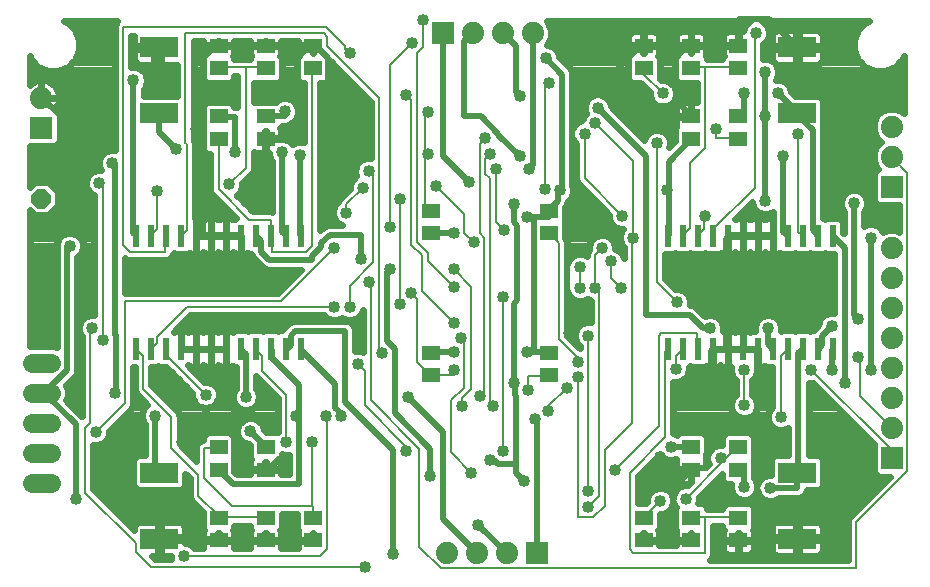
<source format=gbl>
G75*
G70*
%OFA0B0*%
%FSLAX24Y24*%
%IPPOS*%
%LPD*%
%AMOC8*
5,1,8,0,0,1.08239X$1,22.5*
%
%ADD10C,0.0640*%
%ADD11R,0.0236X0.0748*%
%ADD12R,0.1260X0.0709*%
%ADD13R,0.0591X0.0512*%
%ADD14OC8,0.0640*%
%ADD15R,0.0740X0.0740*%
%ADD16C,0.0740*%
%ADD17C,0.0080*%
%ADD18C,0.0400*%
%ADD19C,0.0200*%
%ADD20C,0.0236*%
D10*
X001005Y003656D02*
X001645Y003656D01*
X001645Y004656D02*
X001005Y004656D01*
X001005Y005656D02*
X001645Y005656D01*
X001645Y006656D02*
X001005Y006656D01*
X001005Y007656D02*
X001645Y007656D01*
D11*
X004475Y008129D03*
X004975Y008129D03*
X005475Y008129D03*
X005975Y008129D03*
X006475Y008129D03*
X006975Y008129D03*
X007475Y008129D03*
X007975Y008129D03*
X008475Y008129D03*
X008975Y008129D03*
X009475Y008129D03*
X009975Y008129D03*
X009975Y011893D03*
X009475Y011893D03*
X008975Y011893D03*
X008475Y011893D03*
X007975Y011893D03*
X007475Y011893D03*
X006975Y011893D03*
X006475Y011893D03*
X005975Y011893D03*
X005475Y011893D03*
X004975Y011893D03*
X004475Y011893D03*
X022197Y011893D03*
X022697Y011893D03*
X023197Y011893D03*
X023697Y011893D03*
X024197Y011893D03*
X024697Y011893D03*
X025197Y011893D03*
X025697Y011893D03*
X026197Y011893D03*
X026697Y011893D03*
X027197Y011893D03*
X027697Y011893D03*
X027697Y008129D03*
X027197Y008129D03*
X026697Y008129D03*
X026197Y008129D03*
X025697Y008129D03*
X025197Y008129D03*
X024697Y008129D03*
X024197Y008129D03*
X023697Y008129D03*
X023197Y008129D03*
X022697Y008129D03*
X022197Y008129D03*
D12*
X026522Y004002D03*
X026522Y001797D03*
X005262Y001797D03*
X005262Y004002D03*
X005262Y015971D03*
X005262Y018175D03*
X026522Y018175D03*
X026522Y015971D03*
D13*
X024553Y015872D03*
X024553Y015124D03*
X022979Y015124D03*
X022979Y015872D03*
X022979Y017486D03*
X022979Y018234D03*
X024553Y018234D03*
X024553Y017486D03*
X021404Y017486D03*
X021404Y018234D03*
X018254Y012723D03*
X018254Y011975D03*
X014317Y011975D03*
X014317Y012723D03*
X008805Y015124D03*
X008805Y015872D03*
X007231Y015872D03*
X007231Y015124D03*
X007231Y017486D03*
X007231Y018234D03*
X008805Y018234D03*
X008805Y017486D03*
X010380Y017486D03*
X010380Y018234D03*
X014317Y007998D03*
X014317Y007250D03*
X018254Y007250D03*
X018254Y007998D03*
X022979Y004849D03*
X022979Y004101D03*
X024553Y004101D03*
X024553Y004849D03*
X024553Y002486D03*
X024553Y001738D03*
X022979Y001738D03*
X022979Y002486D03*
X021404Y002486D03*
X021404Y001738D03*
X010380Y001738D03*
X010380Y002486D03*
X008805Y002486D03*
X008805Y001738D03*
X007231Y001738D03*
X007231Y002486D03*
X007231Y004101D03*
X007231Y004849D03*
X008805Y004849D03*
X008805Y004101D03*
D14*
X001325Y013136D03*
D15*
X001325Y015498D03*
X014711Y018648D03*
X029671Y013530D03*
X029671Y004475D03*
X017860Y001325D03*
D16*
X016860Y001325D03*
X015860Y001325D03*
X014860Y001325D03*
X029671Y005475D03*
X029671Y006475D03*
X029671Y007475D03*
X029671Y008475D03*
X029671Y009475D03*
X029671Y010475D03*
X029671Y011475D03*
X029671Y014530D03*
X029671Y015530D03*
X017711Y018648D03*
X016711Y018648D03*
X015711Y018648D03*
X001325Y016498D03*
D17*
X004042Y018845D02*
X004042Y011601D01*
X004278Y011364D01*
X005459Y011364D01*
X005459Y011876D01*
X005475Y011893D01*
X005183Y012112D02*
X005183Y013372D01*
X005183Y012112D02*
X004986Y011916D01*
X004975Y011893D01*
X005975Y011893D02*
X006010Y011916D01*
X006168Y012073D01*
X006168Y014947D01*
X006128Y014986D01*
X006128Y018648D01*
X010734Y018648D01*
X010853Y018530D01*
X010853Y018215D01*
X012585Y016482D01*
X012585Y008057D01*
X012664Y007979D01*
X012112Y007388D02*
X011876Y007624D01*
X012112Y007388D02*
X012112Y006246D01*
X013490Y004868D01*
X013490Y004711D01*
X013923Y004790D02*
X013923Y001522D01*
X014632Y000813D01*
X028490Y000813D01*
X028490Y002349D01*
X030183Y004042D01*
X030183Y014002D01*
X029671Y014514D01*
X029671Y014530D01*
X026561Y015301D02*
X026561Y012034D01*
X026679Y011916D01*
X026697Y011893D01*
X025105Y013490D02*
X023727Y012112D01*
X023727Y011916D01*
X023697Y011893D01*
X023412Y012112D02*
X023412Y012506D01*
X023451Y012545D01*
X023412Y012112D02*
X023215Y011916D01*
X023197Y011893D01*
X022939Y012152D02*
X022939Y014317D01*
X023451Y014829D01*
X023451Y017506D01*
X022979Y017506D01*
X022979Y017486D01*
X023451Y017506D02*
X024553Y017506D01*
X024553Y017486D01*
X025105Y018608D02*
X025105Y013490D01*
X022939Y012152D02*
X022703Y011916D01*
X022697Y011893D01*
X021049Y011837D02*
X021049Y014396D01*
X019790Y015656D01*
X019435Y015301D02*
X019435Y013805D01*
X020695Y012545D01*
X021049Y011837D02*
X021010Y011797D01*
X021010Y005656D01*
X020105Y004750D01*
X020105Y002900D01*
X019711Y002506D01*
X019199Y002506D01*
X019199Y007191D01*
X018845Y006837D02*
X018215Y006207D01*
X018215Y006049D01*
X017545Y006758D02*
X017545Y007231D01*
X018254Y007231D01*
X018254Y007250D01*
X019199Y007703D02*
X019199Y007821D01*
X018569Y008451D01*
X018569Y011640D01*
X018254Y011955D01*
X018254Y011975D01*
X016758Y012073D02*
X016482Y012349D01*
X016482Y014120D01*
X016286Y013805D02*
X016128Y013963D01*
X016128Y014475D01*
X016286Y014632D01*
X015931Y014947D02*
X015931Y011994D01*
X016089Y011837D01*
X016089Y006719D01*
X015931Y006561D01*
X016286Y006286D02*
X016286Y013805D01*
X015931Y014947D02*
X016128Y015144D01*
X014199Y014632D02*
X014120Y014632D01*
X014120Y012939D01*
X014317Y012742D01*
X014317Y012723D01*
X014475Y013569D02*
X015419Y012624D01*
X015419Y011994D01*
X015734Y011679D01*
X015065Y010774D02*
X015656Y010183D01*
X015656Y006797D01*
X015341Y006482D01*
X015341Y006207D01*
X014986Y006404D02*
X014986Y004671D01*
X015656Y004002D01*
X016719Y004711D02*
X016719Y009868D01*
X015065Y010183D02*
X014199Y011049D01*
X014199Y011325D01*
X013845Y011679D01*
X013845Y017979D01*
X014042Y018175D01*
X014042Y019081D01*
X013687Y018333D02*
X012939Y017585D01*
X012939Y012191D01*
X013648Y011601D02*
X013648Y016443D01*
X013490Y016601D01*
X014120Y015931D02*
X014199Y016010D01*
X014120Y015931D02*
X014120Y014632D01*
X012388Y013884D02*
X012388Y011010D01*
X011601Y010223D01*
X011601Y009514D01*
X011089Y009514D02*
X006168Y009514D01*
X005183Y008530D01*
X005183Y008333D01*
X004986Y008136D01*
X004975Y008129D01*
X004711Y007900D02*
X004711Y006797D01*
X005656Y005853D01*
X005656Y004829D01*
X006561Y003923D01*
X006561Y003215D01*
X007231Y002545D01*
X007231Y002486D01*
X007231Y002506D01*
X008805Y002506D01*
X008805Y002486D01*
X007664Y002900D02*
X010341Y002900D01*
X010341Y005026D01*
X009475Y005026D02*
X009475Y006601D01*
X008687Y007388D01*
X008687Y007900D01*
X008490Y008097D01*
X008475Y008129D01*
X006797Y006601D02*
X005498Y007900D01*
X005498Y008097D01*
X005475Y008129D01*
X004711Y007900D02*
X004514Y008097D01*
X004475Y008129D01*
X003372Y008412D02*
X003372Y013530D01*
X003254Y013648D01*
X007231Y013451D02*
X008254Y012427D01*
X008963Y012427D01*
X008963Y011916D01*
X008975Y011893D01*
X009002Y011876D01*
X009002Y011364D01*
X010144Y011364D01*
X010341Y011561D01*
X010341Y017427D01*
X010380Y017467D01*
X010380Y017486D01*
X011443Y018136D02*
X011443Y018215D01*
X010813Y018845D01*
X004042Y018845D01*
X007231Y017506D02*
X007231Y017486D01*
X007231Y017506D02*
X008136Y017506D01*
X008136Y014160D01*
X007585Y013608D01*
X007231Y013451D02*
X007231Y015124D01*
X008136Y017506D02*
X008805Y017506D01*
X008805Y017486D01*
X011443Y018136D02*
X011601Y017979D01*
X012231Y014042D02*
X012388Y013884D01*
X012034Y013490D02*
X011482Y012939D01*
X011482Y012664D01*
X013294Y013136D02*
X013294Y009632D01*
X013648Y009986D02*
X013845Y009790D01*
X013845Y007703D01*
X014278Y007270D01*
X014317Y007250D01*
X014317Y007270D01*
X015065Y007270D01*
X015065Y007427D01*
X015419Y006837D02*
X014986Y006404D01*
X015419Y006837D02*
X015419Y008372D01*
X015301Y008490D01*
X015065Y009002D02*
X014002Y010065D01*
X014002Y011246D01*
X013648Y011601D01*
X012309Y010262D02*
X012309Y006404D01*
X013923Y004790D01*
X016286Y006286D02*
X016364Y006207D01*
X019553Y008569D02*
X019553Y003372D01*
X019908Y003215D02*
X019908Y009986D01*
X019790Y010105D01*
X019790Y010144D01*
X019790Y011246D01*
X020026Y011482D01*
X020301Y011049D02*
X020301Y010498D01*
X020656Y010144D01*
X021837Y010341D02*
X021837Y014986D01*
X023805Y015144D02*
X023805Y015459D01*
X023805Y015144D02*
X024553Y015144D01*
X024553Y015124D01*
X022034Y016640D02*
X021404Y017270D01*
X021404Y017486D01*
X018254Y016994D02*
X018097Y016837D01*
X018097Y013451D01*
X019278Y010853D02*
X019278Y010144D01*
X021837Y010341D02*
X022506Y009671D01*
X021994Y008648D02*
X023175Y008648D01*
X023175Y008136D01*
X023197Y008129D01*
X022697Y008129D02*
X022664Y008097D01*
X022467Y007900D01*
X022467Y007467D01*
X022112Y008018D02*
X022112Y005183D01*
X020931Y004002D01*
X020931Y001443D01*
X021049Y001325D01*
X023451Y001325D01*
X023451Y002506D01*
X022979Y002506D01*
X022979Y002486D01*
X023451Y002506D02*
X024553Y002506D01*
X024553Y002486D01*
X022821Y003136D02*
X024061Y004376D01*
X023963Y004475D01*
X024061Y004376D02*
X024553Y004868D01*
X024553Y004849D01*
X025971Y005853D02*
X025971Y007900D01*
X026168Y008097D01*
X026197Y008129D01*
X026994Y007427D02*
X029671Y004750D01*
X029671Y004475D01*
X029671Y005475D02*
X029671Y005498D01*
X028608Y006561D01*
X028608Y007782D01*
X028530Y007860D01*
X024750Y007427D02*
X024750Y006246D01*
X021916Y005538D02*
X021916Y008569D01*
X021994Y008648D01*
X022197Y008129D02*
X022191Y008097D01*
X022112Y008018D01*
X021916Y005538D02*
X020459Y004081D01*
X019908Y003215D02*
X019553Y002860D01*
X021404Y002506D02*
X021404Y002486D01*
X021404Y002506D02*
X021955Y003057D01*
X012112Y000853D02*
X004986Y000853D01*
X004475Y001364D01*
X004475Y001640D01*
X002782Y003333D01*
X002782Y005498D01*
X002939Y005656D01*
X002939Y008727D01*
X003018Y008805D01*
X004120Y009711D02*
X004120Y006325D01*
X003136Y005341D01*
X006758Y004829D02*
X006758Y003805D01*
X007664Y002900D01*
X006089Y001207D02*
X010616Y001207D01*
X010853Y001443D01*
X010853Y005853D01*
X010813Y005892D01*
X007231Y004849D02*
X007231Y004829D01*
X006758Y004829D01*
X010341Y002900D02*
X010380Y002900D01*
X010380Y002486D01*
X009317Y009711D02*
X004120Y009711D01*
X009317Y009711D02*
X011089Y011482D01*
X012231Y010341D02*
X012309Y010262D01*
X025105Y018608D02*
X025144Y018648D01*
D18*
X025144Y018648D03*
X023608Y018254D03*
X025459Y017349D03*
X025892Y016640D03*
X025459Y015892D03*
X026561Y015301D03*
X026049Y014553D03*
X025459Y013057D03*
X023451Y012545D03*
X022191Y013412D03*
X020695Y012545D03*
X021049Y011837D03*
X020026Y011482D03*
X020301Y011049D03*
X019278Y010853D03*
X019278Y010144D03*
X019790Y010144D03*
X020656Y010144D03*
X022506Y009671D03*
X023608Y008805D03*
X025538Y008805D03*
X024750Y007427D03*
X023569Y007427D03*
X022467Y007467D03*
X024750Y006246D03*
X025971Y005853D03*
X028097Y006994D03*
X027664Y007427D03*
X026994Y007427D03*
X028530Y007860D03*
X028963Y007427D03*
X027664Y008884D03*
X028530Y009120D03*
X028963Y011837D03*
X028412Y012979D03*
X023805Y015459D03*
X024750Y016640D03*
X022034Y016640D03*
X019868Y016168D03*
X019790Y015656D03*
X019435Y015301D03*
X017585Y014120D03*
X017270Y014553D03*
X016482Y014120D03*
X016286Y014632D03*
X016128Y015144D03*
X015577Y013687D03*
X014475Y013569D03*
X013294Y013136D03*
X012939Y012191D03*
X011482Y012664D03*
X011089Y012349D03*
X011089Y011482D03*
X011994Y011128D03*
X012939Y010774D03*
X012231Y010341D03*
X013294Y009632D03*
X013648Y009986D03*
X015065Y010183D03*
X015065Y010774D03*
X015734Y011679D03*
X015065Y011994D03*
X016758Y012073D03*
X017506Y012506D03*
X017073Y012939D03*
X018097Y013451D03*
X018608Y013412D03*
X018884Y012545D03*
X016719Y009868D03*
X015065Y009002D03*
X015301Y008490D03*
X015065Y008018D03*
X015065Y007427D03*
X015931Y006561D03*
X016364Y006207D03*
X015341Y006207D03*
X013530Y006522D03*
X011876Y007624D03*
X012664Y007979D03*
X011601Y009514D03*
X011089Y009514D03*
X006797Y006601D03*
X008136Y006522D03*
X009829Y005892D03*
X010813Y005892D03*
X011325Y005892D03*
X010341Y005026D03*
X009475Y005026D03*
X009475Y004475D03*
X008294Y005380D03*
X006010Y005026D03*
X005105Y005892D03*
X003766Y006640D03*
X002585Y006837D03*
X003136Y005341D03*
X002467Y003136D03*
X005026Y002467D03*
X006089Y001207D03*
X012112Y000853D03*
X013057Y001286D03*
X015892Y002270D03*
X017427Y003727D03*
X016286Y004435D03*
X016719Y004711D03*
X015656Y004002D03*
X014278Y003884D03*
X013490Y004711D03*
X017073Y006994D03*
X017545Y006758D03*
X018215Y006049D03*
X017782Y005774D03*
X018845Y006837D03*
X019199Y007191D03*
X019199Y007703D03*
X019553Y008569D03*
X018923Y008648D03*
X017506Y008018D03*
X022309Y004868D03*
X021955Y004514D03*
X020459Y004081D03*
X019553Y003372D03*
X019553Y002860D03*
X021955Y003057D03*
X022821Y003136D03*
X024750Y003530D03*
X025616Y003490D03*
X023963Y004475D03*
X022349Y001758D03*
X005183Y013372D03*
X003687Y014317D03*
X003254Y013648D03*
X005813Y014790D03*
X006482Y015459D03*
X007782Y014671D03*
X007585Y013608D03*
X009356Y014671D03*
X009947Y014593D03*
X012034Y013490D03*
X012231Y014042D03*
X014199Y014632D03*
X014199Y016010D03*
X013490Y016601D03*
X011601Y017979D03*
X010813Y016679D03*
X009435Y016049D03*
X005065Y016640D03*
X004396Y017073D03*
X002270Y011561D03*
X002703Y011128D03*
X003018Y008805D03*
X003372Y008412D03*
X017270Y016561D03*
X018254Y016994D03*
X018136Y017821D03*
X014042Y019081D03*
X013687Y018333D03*
X021837Y014986D03*
D19*
X021482Y014553D02*
X019868Y016168D01*
X019002Y015931D02*
X021325Y018254D01*
X021404Y018234D01*
X021404Y018215D01*
X022742Y018215D01*
X022979Y018234D01*
X023057Y018254D01*
X023608Y018254D01*
X024553Y018254D01*
X024553Y018234D01*
X024593Y018333D01*
X024593Y019120D01*
X025577Y019120D01*
X026522Y018175D01*
X025459Y017349D02*
X025459Y015892D01*
X025459Y013057D01*
X026049Y012034D02*
X026049Y014553D01*
X027034Y015419D02*
X026561Y015892D01*
X026522Y015971D01*
X026522Y016010D01*
X025892Y016640D01*
X024750Y016640D02*
X024750Y016089D01*
X024553Y015892D01*
X024553Y015872D01*
X022979Y015892D02*
X022979Y015872D01*
X022979Y015892D02*
X022467Y016404D01*
X022467Y017821D01*
X022860Y018215D01*
X022979Y018215D01*
X022979Y018234D01*
X019002Y015931D02*
X019002Y015144D01*
X019042Y015105D01*
X019042Y012703D01*
X018884Y012545D01*
X018845Y012467D01*
X018845Y008727D01*
X018923Y008648D01*
X018254Y008018D02*
X018254Y007998D01*
X018254Y008018D02*
X017742Y008018D01*
X017742Y012506D01*
X017506Y012506D01*
X017742Y012506D02*
X018254Y012506D01*
X018254Y012723D01*
X018294Y012821D01*
X018530Y013057D01*
X018530Y013333D01*
X018608Y013412D01*
X018687Y013451D01*
X018687Y017270D01*
X018136Y017821D01*
X017152Y018215D02*
X016719Y018648D01*
X016711Y018648D01*
X017152Y018215D02*
X017152Y016679D01*
X017270Y016561D01*
X016561Y015301D02*
X015971Y015892D01*
X015419Y015892D01*
X015419Y018372D01*
X015695Y018648D01*
X015711Y018648D01*
X014711Y018648D02*
X014711Y014553D01*
X015577Y013687D01*
X017073Y012939D02*
X017073Y012349D01*
X017191Y012231D01*
X017191Y009750D01*
X017073Y009632D01*
X017073Y006994D01*
X017112Y006916D01*
X017112Y006601D01*
X017152Y006561D01*
X017152Y004278D01*
X016561Y004278D01*
X016404Y004435D01*
X016286Y004435D01*
X017152Y004278D02*
X017152Y004002D01*
X017427Y003727D01*
X015892Y002270D02*
X016837Y001325D01*
X016860Y001325D01*
X015860Y001325D02*
X015853Y001325D01*
X014711Y002467D01*
X014711Y005341D01*
X013530Y006522D01*
X013097Y005971D02*
X014278Y004790D01*
X014278Y003884D01*
X013057Y004750D02*
X013057Y001286D01*
X010380Y001738D02*
X010380Y001758D01*
X008884Y001758D01*
X008805Y001738D01*
X008805Y001758D01*
X007231Y001758D01*
X007231Y001738D01*
X007152Y001797D01*
X005262Y001797D01*
X005262Y002231D01*
X005026Y002467D01*
X005262Y004002D02*
X005105Y004160D01*
X005105Y005892D01*
X006010Y005341D02*
X006010Y005026D01*
X006010Y005341D02*
X007742Y005341D01*
X007742Y004120D01*
X008805Y004120D01*
X008805Y004101D01*
X008884Y004081D01*
X009278Y004475D01*
X009475Y004475D01*
X008805Y004849D02*
X008805Y004868D01*
X008294Y005380D01*
X007742Y005341D02*
X007742Y006325D01*
X007506Y006561D01*
X007506Y008097D01*
X007475Y008129D01*
X007388Y008136D01*
X006994Y008136D01*
X006975Y008129D01*
X006876Y008136D01*
X006561Y008136D01*
X006475Y008129D01*
X006443Y008136D01*
X006010Y008136D01*
X005975Y008129D01*
X007975Y008129D02*
X007979Y008097D01*
X008136Y007939D01*
X008136Y006522D01*
X009002Y007821D02*
X009908Y006916D01*
X009908Y005892D01*
X009829Y005892D01*
X009908Y005892D02*
X009908Y003608D01*
X007703Y003608D01*
X007231Y004081D01*
X007231Y004101D01*
X011128Y006168D02*
X011325Y005971D01*
X011325Y005892D01*
X011128Y006168D02*
X011128Y006955D01*
X009986Y008097D01*
X009975Y008129D01*
X009632Y008254D02*
X009632Y008569D01*
X009790Y008727D01*
X011443Y008727D01*
X011443Y006364D01*
X013057Y004750D01*
X013097Y005971D02*
X013097Y008136D01*
X012860Y008372D01*
X012860Y010695D01*
X012939Y010774D01*
X011994Y011128D02*
X011994Y011916D01*
X010931Y011916D01*
X010656Y011640D01*
X010656Y011522D01*
X010341Y011207D01*
X010341Y011089D01*
X008923Y011089D01*
X008648Y011364D01*
X008648Y011719D01*
X008490Y011876D01*
X008475Y011893D01*
X007975Y011893D02*
X007939Y011916D01*
X007545Y011916D01*
X007475Y011893D01*
X007467Y011916D01*
X007073Y011916D01*
X006975Y011893D01*
X006955Y011916D01*
X006719Y011916D01*
X006719Y015459D01*
X006482Y015459D01*
X006719Y015459D02*
X006719Y017821D01*
X007152Y018254D01*
X007231Y018234D01*
X007231Y018254D01*
X008805Y018254D01*
X008805Y018234D01*
X008884Y018175D01*
X010105Y018175D01*
X010380Y018234D01*
X010459Y018254D01*
X010892Y017821D01*
X010892Y016679D01*
X010813Y016679D01*
X010892Y016679D02*
X010892Y012545D01*
X011089Y012349D01*
X009975Y011893D02*
X009947Y011916D01*
X009947Y014593D01*
X009868Y015144D02*
X009868Y017821D01*
X010262Y018215D01*
X010380Y018215D01*
X010380Y018234D01*
X009435Y016049D02*
X009435Y015892D01*
X008805Y015892D01*
X008805Y015872D01*
X007782Y015853D02*
X007782Y014671D01*
X008805Y015124D02*
X008805Y015144D01*
X009868Y015144D01*
X009356Y014671D02*
X009356Y012034D01*
X009475Y011916D01*
X009475Y011893D01*
X006719Y011916D02*
X006482Y011916D01*
X006475Y011893D01*
X004475Y011916D02*
X004475Y011893D01*
X004475Y011916D02*
X004396Y011994D01*
X004396Y017073D01*
X005065Y016640D02*
X005065Y017979D01*
X005262Y018175D01*
X005262Y015971D02*
X005262Y015341D01*
X005813Y014790D01*
X007231Y015853D02*
X007231Y015872D01*
X007231Y015853D02*
X007782Y015853D01*
X003766Y014238D02*
X003766Y008608D01*
X003805Y008569D01*
X003805Y006679D01*
X003766Y006640D01*
X002585Y006837D02*
X002585Y010971D01*
X002664Y011049D01*
X002703Y011128D01*
X002703Y015144D01*
X001325Y016522D01*
X001325Y016498D01*
X003687Y014317D02*
X003766Y014238D01*
X002270Y011561D02*
X002191Y011482D01*
X002191Y007427D01*
X001443Y006679D01*
X001325Y006679D01*
X001325Y006656D01*
X001482Y006601D01*
X002467Y005616D01*
X002467Y003136D01*
X009002Y007821D02*
X009002Y008097D01*
X008975Y008129D01*
X009475Y008129D02*
X009514Y008136D01*
X009632Y008254D01*
X014317Y008018D02*
X014317Y007998D01*
X014317Y008018D02*
X015065Y008018D01*
X017506Y008018D02*
X017742Y008018D01*
X017782Y005774D02*
X017860Y005695D01*
X017860Y001325D01*
X021404Y001738D02*
X021404Y001758D01*
X022349Y001758D01*
X022388Y001758D01*
X022388Y003490D01*
X022683Y003786D01*
X021955Y004514D01*
X022309Y004868D02*
X022979Y004868D01*
X022979Y004849D01*
X023490Y004632D02*
X024199Y005341D01*
X025183Y005341D01*
X025183Y001758D01*
X024553Y001758D01*
X024553Y001738D01*
X025183Y001758D02*
X026522Y001758D01*
X026522Y001797D01*
X026522Y003490D02*
X025616Y003490D01*
X024750Y003530D02*
X024750Y003884D01*
X024553Y004081D01*
X024553Y004101D01*
X023490Y004160D02*
X023490Y004632D01*
X023490Y004160D02*
X023057Y004160D01*
X022979Y004101D01*
X022979Y004081D01*
X022683Y003786D01*
X025183Y005341D02*
X025183Y008057D01*
X025197Y008129D01*
X025183Y008136D01*
X024790Y008136D01*
X024697Y008129D01*
X024671Y008136D01*
X024278Y008136D01*
X024197Y008129D01*
X024160Y008215D01*
X024160Y011797D01*
X024197Y011893D01*
X024199Y011916D01*
X024671Y011916D01*
X024697Y011893D01*
X024790Y011916D01*
X025183Y011916D01*
X025197Y011893D01*
X025301Y011916D01*
X025695Y011916D01*
X025697Y011893D01*
X026049Y012034D02*
X026168Y011916D01*
X026197Y011893D01*
X027034Y012073D02*
X027191Y011916D01*
X027197Y011893D01*
X027034Y012073D02*
X027034Y015419D01*
X028412Y012979D02*
X028412Y009238D01*
X028530Y009120D01*
X027664Y008884D02*
X027349Y008569D01*
X027349Y008254D01*
X027231Y008136D01*
X027197Y008129D01*
X026697Y008129D02*
X026679Y008097D01*
X026561Y007979D01*
X026561Y004081D01*
X026522Y004002D01*
X026522Y003490D01*
X022979Y001758D02*
X022979Y001738D01*
X022979Y001758D02*
X022388Y001758D01*
X028097Y006994D02*
X028097Y011482D01*
X027703Y011876D01*
X027697Y011893D01*
X028963Y011837D02*
X028963Y007427D01*
X027664Y007427D02*
X027664Y008097D01*
X027697Y008129D01*
X025697Y008129D02*
X025695Y008136D01*
X025538Y008294D01*
X025538Y008805D01*
X024197Y008129D02*
X024160Y008136D01*
X023727Y008136D01*
X023697Y008129D01*
X023648Y008057D01*
X023648Y007506D01*
X023569Y007427D01*
X023608Y008805D02*
X023372Y008805D01*
X022939Y009238D01*
X021482Y009238D01*
X021482Y014553D01*
X022231Y014356D02*
X022231Y013412D01*
X022191Y013412D01*
X022231Y013412D02*
X022231Y011916D01*
X022197Y011893D01*
X022231Y014356D02*
X022979Y015105D01*
X022979Y015124D01*
X017703Y014238D02*
X017703Y018648D01*
X017711Y018648D01*
X016561Y015301D02*
X016561Y015262D01*
X017270Y014553D01*
X017703Y014238D02*
X017585Y014120D01*
X015065Y011994D02*
X014317Y011994D01*
X014317Y011975D01*
D20*
X006699Y002650D02*
X003855Y002650D01*
X003620Y002885D02*
X006501Y002885D01*
X006327Y003058D02*
X006699Y002686D01*
X006699Y002133D01*
X006740Y002092D01*
X006732Y002078D01*
X006717Y002023D01*
X006717Y001748D01*
X007221Y001748D01*
X007221Y001994D01*
X007240Y001994D01*
X007240Y001748D01*
X007221Y001748D01*
X007221Y001729D01*
X006717Y001729D01*
X006717Y001483D01*
X006429Y001483D01*
X006336Y001577D01*
X006176Y001643D01*
X006110Y001643D01*
X006110Y001738D01*
X005321Y001738D01*
X005321Y001225D01*
X005653Y001225D01*
X005653Y001129D01*
X005101Y001129D01*
X005005Y001225D01*
X005203Y001225D01*
X005203Y001738D01*
X005321Y001738D01*
X005321Y001856D01*
X006110Y001856D01*
X006110Y002180D01*
X006095Y002236D01*
X006066Y002286D01*
X006026Y002326D01*
X005976Y002355D01*
X005921Y002370D01*
X005321Y002370D01*
X005321Y001857D01*
X005203Y001857D01*
X005203Y002370D01*
X004603Y002370D01*
X004548Y002355D01*
X004498Y002326D01*
X004458Y002286D01*
X004429Y002236D01*
X004414Y002180D01*
X004414Y002091D01*
X003058Y003447D01*
X003058Y004905D01*
X003223Y004905D01*
X003383Y004971D01*
X003506Y005094D01*
X003572Y005254D01*
X003572Y005386D01*
X004354Y006169D01*
X004396Y006270D01*
X004396Y007519D01*
X004435Y007519D01*
X004435Y006742D01*
X004477Y006641D01*
X004857Y006261D01*
X004735Y006139D01*
X004668Y005979D01*
X004668Y005805D01*
X004735Y005645D01*
X004768Y005611D01*
X004768Y004593D01*
X004534Y004593D01*
X004396Y004454D01*
X004396Y003550D01*
X004534Y003412D01*
X005990Y003412D01*
X006128Y003550D01*
X006128Y003966D01*
X006285Y003809D01*
X006285Y003160D01*
X006327Y003058D01*
X006302Y003120D02*
X003386Y003120D01*
X003151Y003354D02*
X006285Y003354D01*
X006285Y003589D02*
X006128Y003589D01*
X006128Y003824D02*
X006270Y003824D01*
X006482Y004393D02*
X005932Y004943D01*
X005932Y005908D01*
X005890Y006009D01*
X005812Y006087D01*
X004987Y006912D01*
X004987Y007519D01*
X005191Y007519D01*
X005225Y007553D01*
X005259Y007519D01*
X005488Y007519D01*
X006361Y006646D01*
X006361Y006514D01*
X006428Y006353D01*
X006550Y006231D01*
X006711Y006164D01*
X006884Y006164D01*
X007045Y006231D01*
X007167Y006353D01*
X007234Y006514D01*
X007234Y006687D01*
X007167Y006848D01*
X007045Y006970D01*
X006884Y007037D01*
X006752Y007037D01*
X006215Y007574D01*
X006225Y007580D01*
X006273Y007552D01*
X006329Y007537D01*
X006475Y007537D01*
X006475Y008129D01*
X005975Y008129D01*
X005975Y008721D01*
X005829Y008721D01*
X005773Y008707D01*
X005742Y008689D01*
X005738Y008693D01*
X006282Y009238D01*
X010748Y009238D01*
X010842Y009144D01*
X011002Y009078D01*
X011176Y009078D01*
X011336Y009144D01*
X011345Y009153D01*
X011353Y009144D01*
X011514Y009078D01*
X011687Y009078D01*
X011848Y009144D01*
X011970Y009267D01*
X012033Y009418D01*
X012033Y008031D01*
X011963Y008060D01*
X011789Y008060D01*
X011779Y008056D01*
X011779Y008793D01*
X011728Y008917D01*
X011634Y009012D01*
X011510Y009063D01*
X011376Y009063D01*
X009723Y009063D01*
X009599Y009012D01*
X009505Y008917D01*
X009347Y008760D01*
X009339Y008740D01*
X009259Y008740D01*
X009225Y008706D01*
X009191Y008740D01*
X008759Y008740D01*
X008725Y008706D01*
X008691Y008740D01*
X008259Y008740D01*
X008225Y008706D01*
X008191Y008740D01*
X007759Y008740D01*
X007709Y008689D01*
X007678Y008707D01*
X007622Y008721D01*
X007475Y008721D01*
X007329Y008721D01*
X007273Y008707D01*
X007225Y008679D01*
X007178Y008707D01*
X007122Y008721D01*
X006975Y008721D01*
X006829Y008721D01*
X006773Y008707D01*
X006725Y008679D01*
X006678Y008707D01*
X006622Y008721D01*
X006475Y008721D01*
X006329Y008721D01*
X006273Y008707D01*
X006225Y008679D01*
X006178Y008707D01*
X006122Y008721D01*
X005975Y008721D01*
X005975Y008129D01*
X005975Y008129D01*
X005975Y008129D01*
X006312Y008129D01*
X006475Y008129D01*
X006475Y008129D01*
X006475Y008129D01*
X006475Y007537D01*
X006622Y007537D01*
X006678Y007552D01*
X006725Y007580D01*
X006773Y007552D01*
X006829Y007537D01*
X006975Y007537D01*
X006975Y008129D01*
X006475Y008129D01*
X006475Y008721D01*
X006475Y008129D01*
X006475Y008129D01*
X006475Y008129D01*
X006812Y008129D01*
X006975Y008129D01*
X006975Y008129D01*
X006975Y008129D01*
X006975Y007537D01*
X007122Y007537D01*
X007178Y007552D01*
X007225Y007580D01*
X007273Y007552D01*
X007329Y007537D01*
X007475Y007537D01*
X007475Y008129D01*
X006975Y008129D01*
X006975Y008721D01*
X006975Y008129D01*
X006975Y008129D01*
X006975Y008129D01*
X007312Y008129D01*
X007475Y008129D01*
X007475Y008129D01*
X007475Y008129D01*
X007475Y007537D01*
X007622Y007537D01*
X007678Y007552D01*
X007709Y007570D01*
X007759Y007519D01*
X007800Y007519D01*
X007800Y006803D01*
X007766Y006769D01*
X007700Y006609D01*
X007700Y006435D01*
X007766Y006275D01*
X007889Y006152D01*
X008049Y006086D01*
X008223Y006086D01*
X008383Y006152D01*
X008506Y006275D01*
X008572Y006435D01*
X008572Y006609D01*
X008506Y006769D01*
X008472Y006803D01*
X008472Y007212D01*
X009198Y006486D01*
X009198Y005366D01*
X009173Y005341D01*
X008808Y005341D01*
X008730Y005419D01*
X008730Y005467D01*
X008663Y005627D01*
X008541Y005750D01*
X008380Y005816D01*
X008207Y005816D01*
X008046Y005750D01*
X007924Y005627D01*
X007857Y005467D01*
X007857Y005293D01*
X007924Y005133D01*
X008046Y005010D01*
X008207Y004944D01*
X008254Y004944D01*
X008274Y004924D01*
X008274Y004495D01*
X008315Y004454D01*
X008307Y004441D01*
X008292Y004385D01*
X008292Y004110D01*
X008795Y004110D01*
X008795Y004091D01*
X008292Y004091D01*
X008292Y003945D01*
X007842Y003945D01*
X007762Y004025D01*
X007762Y004454D01*
X007742Y004475D01*
X007762Y004495D01*
X007762Y005202D01*
X007624Y005341D01*
X006837Y005341D01*
X006699Y005202D01*
X006699Y005103D01*
X006602Y005063D01*
X006524Y004985D01*
X006482Y004884D01*
X006482Y004393D01*
X006482Y004528D02*
X006347Y004528D01*
X006482Y004763D02*
X006113Y004763D01*
X005932Y004997D02*
X006536Y004997D01*
X006729Y005232D02*
X005932Y005232D01*
X005932Y005467D02*
X007857Y005467D01*
X007883Y005232D02*
X007732Y005232D01*
X007762Y004997D02*
X008078Y004997D01*
X008274Y004763D02*
X007762Y004763D01*
X007762Y004528D02*
X008274Y004528D01*
X008292Y004293D02*
X007762Y004293D01*
X007762Y004058D02*
X008292Y004058D01*
X008795Y004110D02*
X008795Y004356D01*
X008815Y004356D01*
X008815Y004110D01*
X009319Y004110D01*
X009319Y004385D01*
X009304Y004441D01*
X009296Y004454D01*
X009337Y004495D01*
X009337Y004611D01*
X009388Y004590D01*
X009561Y004590D01*
X009571Y004594D01*
X009571Y003945D01*
X009319Y003945D01*
X009319Y004091D01*
X008815Y004091D01*
X008815Y004110D01*
X008795Y004110D01*
X008795Y004293D02*
X008815Y004293D01*
X009319Y004293D02*
X009571Y004293D01*
X009571Y004058D02*
X009319Y004058D01*
X009337Y004528D02*
X009571Y004528D01*
X009198Y005467D02*
X008730Y005467D01*
X008589Y005701D02*
X009198Y005701D01*
X009198Y005936D02*
X005920Y005936D01*
X005932Y005701D02*
X007998Y005701D01*
X007870Y006171D02*
X006900Y006171D01*
X006695Y006171D02*
X005728Y006171D01*
X005493Y006406D02*
X006406Y006406D01*
X006361Y006640D02*
X005259Y006640D01*
X005024Y006875D02*
X006132Y006875D01*
X005898Y007110D02*
X004987Y007110D01*
X004987Y007344D02*
X005663Y007344D01*
X006225Y007579D02*
X006226Y007579D01*
X006475Y007579D02*
X006475Y007579D01*
X006444Y007344D02*
X007800Y007344D01*
X007800Y007110D02*
X006679Y007110D01*
X006725Y007579D02*
X006726Y007579D01*
X006975Y007579D02*
X006975Y007579D01*
X007225Y007579D02*
X007226Y007579D01*
X007475Y007579D02*
X007475Y007579D01*
X007475Y007814D02*
X007475Y007814D01*
X007475Y008049D02*
X007475Y008049D01*
X007475Y008129D02*
X007475Y008721D01*
X007475Y008129D01*
X007475Y008129D01*
X007475Y008283D02*
X007475Y008283D01*
X007475Y008518D02*
X007475Y008518D01*
X006975Y008518D02*
X006975Y008518D01*
X006975Y008283D02*
X006975Y008283D01*
X006975Y008049D02*
X006975Y008049D01*
X006975Y007814D02*
X006975Y007814D01*
X006475Y007814D02*
X006475Y007814D01*
X006475Y008049D02*
X006475Y008049D01*
X006475Y008283D02*
X006475Y008283D01*
X006475Y008518D02*
X006475Y008518D01*
X005975Y008518D02*
X005975Y008518D01*
X005975Y008283D02*
X005975Y008283D01*
X005797Y008753D02*
X009344Y008753D01*
X009575Y008988D02*
X006032Y008988D01*
X006266Y009222D02*
X010764Y009222D01*
X011658Y008988D02*
X012033Y008988D01*
X012033Y009222D02*
X011926Y009222D01*
X012033Y008753D02*
X011779Y008753D01*
X011779Y008518D02*
X012033Y008518D01*
X012033Y008283D02*
X011779Y008283D01*
X011991Y008049D02*
X012033Y008049D01*
X009198Y006406D02*
X008560Y006406D01*
X008559Y006640D02*
X009044Y006640D01*
X008810Y006875D02*
X008472Y006875D01*
X008472Y007110D02*
X008575Y007110D01*
X007800Y006875D02*
X007140Y006875D01*
X007234Y006640D02*
X007713Y006640D01*
X007712Y006406D02*
X007189Y006406D01*
X008402Y006171D02*
X009198Y006171D01*
X004767Y006171D02*
X004355Y006171D01*
X004122Y005936D02*
X004668Y005936D01*
X004711Y005701D02*
X003887Y005701D01*
X003653Y005467D02*
X004768Y005467D01*
X004768Y005232D02*
X003563Y005232D01*
X003409Y004997D02*
X004768Y004997D01*
X004768Y004763D02*
X003058Y004763D01*
X003058Y004528D02*
X004469Y004528D01*
X004396Y004293D02*
X003058Y004293D01*
X003058Y004058D02*
X004396Y004058D01*
X004396Y003824D02*
X003058Y003824D01*
X003058Y003589D02*
X004396Y003589D01*
X004090Y002415D02*
X006699Y002415D01*
X006699Y002181D02*
X006110Y002181D01*
X006110Y001946D02*
X006717Y001946D01*
X006717Y001711D02*
X006110Y001711D01*
X005321Y001711D02*
X005203Y001711D01*
X005203Y001476D02*
X005321Y001476D01*
X005321Y001242D02*
X005203Y001242D01*
X005203Y001946D02*
X005321Y001946D01*
X005321Y002181D02*
X005203Y002181D01*
X004414Y002181D02*
X004325Y002181D01*
X007221Y001946D02*
X007240Y001946D01*
X007240Y001748D02*
X007744Y001748D01*
X007744Y002023D01*
X007729Y002078D01*
X007721Y002092D01*
X007762Y002133D01*
X007762Y002230D01*
X008274Y002230D01*
X008274Y002133D01*
X008315Y002092D01*
X008307Y002078D01*
X008292Y002023D01*
X008292Y001748D01*
X008795Y001748D01*
X008795Y001729D01*
X008292Y001729D01*
X008292Y001483D01*
X007744Y001483D01*
X007744Y001729D01*
X007240Y001729D01*
X007240Y001748D01*
X007744Y001711D02*
X008292Y001711D01*
X008292Y001946D02*
X007744Y001946D01*
X007762Y002181D02*
X008274Y002181D01*
X008795Y001994D02*
X008795Y001748D01*
X008815Y001748D01*
X009319Y001748D01*
X009319Y002023D01*
X009304Y002078D01*
X009296Y002092D01*
X009337Y002133D01*
X009337Y002624D01*
X009849Y002624D01*
X009849Y002133D01*
X009889Y002092D01*
X009882Y002078D01*
X009867Y002023D01*
X009867Y001748D01*
X010370Y001748D01*
X010370Y001729D01*
X009867Y001729D01*
X009867Y001483D01*
X009319Y001483D01*
X009319Y001729D01*
X008815Y001729D01*
X008815Y001748D01*
X008815Y001994D01*
X008795Y001994D01*
X008795Y001946D02*
X008815Y001946D01*
X009319Y001946D02*
X009867Y001946D01*
X009867Y001711D02*
X009319Y001711D01*
X009337Y002181D02*
X009849Y002181D01*
X009849Y002415D02*
X009337Y002415D01*
X010370Y001994D02*
X010370Y001748D01*
X010390Y001748D01*
X010390Y001994D01*
X010370Y001994D01*
X010370Y001946D02*
X010390Y001946D01*
X004712Y006406D02*
X004396Y006406D01*
X004396Y006640D02*
X004477Y006640D01*
X004435Y006875D02*
X004396Y006875D01*
X004396Y007110D02*
X004435Y007110D01*
X004435Y007344D02*
X004396Y007344D01*
X002663Y007344D02*
X002521Y007344D01*
X002527Y007360D02*
X002527Y011202D01*
X002640Y011314D01*
X002706Y011474D01*
X002706Y011648D01*
X002640Y011808D01*
X002517Y011931D01*
X002357Y011997D01*
X002183Y011997D01*
X002023Y011931D01*
X001900Y011808D01*
X001834Y011648D01*
X001834Y011474D01*
X001855Y011423D01*
X001855Y008171D01*
X001756Y008212D01*
X000931Y008212D01*
X000931Y012743D01*
X000931Y012743D01*
X001095Y012580D01*
X001555Y012580D01*
X001881Y012906D01*
X001881Y013366D01*
X001555Y013692D01*
X001095Y013692D01*
X000931Y013529D01*
X000931Y014892D01*
X001793Y014892D01*
X001931Y015030D01*
X001931Y015966D01*
X001793Y016104D01*
X001763Y016104D01*
X001774Y016115D01*
X001828Y016190D01*
X001870Y016272D01*
X001899Y016361D01*
X001913Y016452D01*
X001913Y016498D01*
X001325Y016498D01*
X001325Y016498D01*
X001913Y016498D01*
X001913Y016545D01*
X001899Y016636D01*
X001870Y016724D01*
X001828Y016806D01*
X001774Y016881D01*
X001708Y016947D01*
X001633Y017001D01*
X001551Y017043D01*
X001463Y017072D01*
X001371Y017086D01*
X001325Y017086D01*
X001279Y017086D01*
X001187Y017072D01*
X001099Y017043D01*
X001017Y017001D01*
X000942Y016947D01*
X000931Y016936D01*
X000931Y017892D01*
X000984Y017764D01*
X001228Y017520D01*
X001546Y017388D01*
X001891Y017388D01*
X002209Y017520D01*
X002453Y017764D01*
X002585Y018082D01*
X002585Y018426D01*
X002453Y018745D01*
X002209Y018988D01*
X002081Y019042D01*
X003848Y019042D01*
X003807Y019001D01*
X003765Y018900D01*
X003765Y014753D01*
X003600Y014753D01*
X003440Y014687D01*
X003317Y014564D01*
X003251Y014404D01*
X003251Y014230D01*
X003312Y014084D01*
X003167Y014084D01*
X003007Y014018D01*
X002884Y013895D01*
X002818Y013735D01*
X002818Y013561D01*
X002884Y013401D01*
X003007Y013278D01*
X003096Y013241D01*
X003096Y009242D01*
X002931Y009242D01*
X002771Y009175D01*
X002648Y009052D01*
X002582Y008892D01*
X002582Y008719D01*
X002648Y008558D01*
X002663Y008543D01*
X002663Y005896D01*
X002657Y005901D01*
X002146Y006412D01*
X002201Y006545D01*
X002201Y006766D01*
X002144Y006905D01*
X002476Y007237D01*
X002527Y007360D01*
X002527Y007579D02*
X002663Y007579D01*
X002663Y007814D02*
X002527Y007814D01*
X002527Y008049D02*
X002663Y008049D01*
X002663Y008283D02*
X002527Y008283D01*
X002527Y008518D02*
X002663Y008518D01*
X002582Y008753D02*
X002527Y008753D01*
X002527Y008988D02*
X002621Y008988D01*
X002527Y009222D02*
X002885Y009222D01*
X003096Y009457D02*
X002527Y009457D01*
X002527Y009692D02*
X003096Y009692D01*
X003096Y009926D02*
X002527Y009926D01*
X002527Y010161D02*
X003096Y010161D01*
X003096Y010396D02*
X002527Y010396D01*
X002527Y010631D02*
X003096Y010631D01*
X003096Y010865D02*
X002527Y010865D01*
X002527Y011100D02*
X003096Y011100D01*
X003096Y011335D02*
X002648Y011335D01*
X002706Y011569D02*
X003096Y011569D01*
X003096Y011804D02*
X002641Y011804D01*
X003096Y012039D02*
X000931Y012039D01*
X000931Y012274D02*
X003096Y012274D01*
X003096Y012508D02*
X000931Y012508D01*
X001719Y012743D02*
X003096Y012743D01*
X003096Y012978D02*
X001881Y012978D01*
X001881Y013213D02*
X003096Y013213D01*
X002865Y013447D02*
X001800Y013447D01*
X001566Y013682D02*
X002818Y013682D01*
X002906Y013917D02*
X000931Y013917D01*
X000931Y014151D02*
X003284Y014151D01*
X003251Y014386D02*
X000931Y014386D01*
X000931Y014621D02*
X003374Y014621D01*
X003765Y014856D02*
X000931Y014856D01*
X001931Y015090D02*
X003765Y015090D01*
X003765Y015325D02*
X001931Y015325D01*
X001931Y015560D02*
X003765Y015560D01*
X003765Y015794D02*
X001931Y015794D01*
X001868Y016029D02*
X003765Y016029D01*
X003765Y016264D02*
X001866Y016264D01*
X001913Y016499D02*
X003765Y016499D01*
X003765Y016733D02*
X001865Y016733D01*
X001679Y016968D02*
X003765Y016968D01*
X003765Y017203D02*
X000931Y017203D01*
X000931Y017437D02*
X001427Y017437D01*
X001076Y017672D02*
X000931Y017672D01*
X001325Y017086D02*
X001325Y016498D01*
X001325Y016498D01*
X001325Y017086D01*
X001325Y016968D02*
X001325Y016968D01*
X001325Y016733D02*
X001325Y016733D01*
X001325Y016499D02*
X001325Y016499D01*
X000971Y016968D02*
X000931Y016968D01*
X002010Y017437D02*
X003765Y017437D01*
X003765Y017672D02*
X002362Y017672D01*
X002512Y017907D02*
X003765Y017907D01*
X003765Y018142D02*
X002585Y018142D01*
X002585Y018376D02*
X003765Y018376D01*
X003765Y018611D02*
X002508Y018611D01*
X002352Y018846D02*
X003765Y018846D01*
X004318Y018568D02*
X004417Y018568D01*
X004414Y018558D01*
X004414Y018234D01*
X005203Y018234D01*
X005203Y018116D01*
X005321Y018116D01*
X005321Y017603D01*
X005852Y017603D01*
X005852Y016561D01*
X004732Y016561D01*
X004732Y016792D01*
X004766Y016826D01*
X004832Y016986D01*
X004832Y017160D01*
X004766Y017320D01*
X004643Y017443D01*
X004483Y017509D01*
X004318Y017509D01*
X004318Y018568D01*
X004318Y018376D02*
X004414Y018376D01*
X004318Y018142D02*
X005203Y018142D01*
X005203Y018116D02*
X004414Y018116D01*
X004414Y017792D01*
X004429Y017737D01*
X004458Y017687D01*
X004498Y017647D01*
X004548Y017618D01*
X004603Y017603D01*
X005203Y017603D01*
X005203Y018116D01*
X005203Y017907D02*
X005321Y017907D01*
X005321Y017672D02*
X005203Y017672D01*
X004648Y017437D02*
X005852Y017437D01*
X005852Y017203D02*
X004814Y017203D01*
X004825Y016968D02*
X005852Y016968D01*
X005852Y016733D02*
X004732Y016733D01*
X004472Y017672D02*
X004318Y017672D01*
X004318Y017907D02*
X004414Y017907D01*
X006404Y017907D02*
X006729Y017907D01*
X006732Y017894D02*
X006740Y017881D01*
X006699Y017840D01*
X006699Y017133D01*
X006837Y016994D01*
X007624Y016994D01*
X007762Y017133D01*
X007762Y017230D01*
X007860Y017230D01*
X007860Y016184D01*
X007849Y016189D01*
X007762Y016189D01*
X007762Y016226D01*
X007624Y016364D01*
X006837Y016364D01*
X006699Y016226D01*
X006699Y015518D01*
X006719Y015498D01*
X006699Y015478D01*
X006699Y014770D01*
X006837Y014632D01*
X006954Y014632D01*
X006954Y013396D01*
X006996Y013295D01*
X007810Y012480D01*
X007773Y012470D01*
X007725Y012443D01*
X007678Y012470D01*
X007622Y012485D01*
X007475Y012485D01*
X007329Y012485D01*
X007273Y012470D01*
X007225Y012443D01*
X007178Y012470D01*
X007122Y012485D01*
X006975Y012485D01*
X006829Y012485D01*
X006773Y012470D01*
X006725Y012443D01*
X006678Y012470D01*
X006622Y012485D01*
X006475Y012485D01*
X006444Y012485D01*
X006444Y015002D01*
X006404Y015097D01*
X006404Y018372D01*
X006717Y018372D01*
X006717Y018244D01*
X007221Y018244D01*
X007221Y018225D01*
X006717Y018225D01*
X006717Y017950D01*
X006732Y017894D01*
X006699Y017672D02*
X006404Y017672D01*
X006404Y017437D02*
X006699Y017437D01*
X006699Y017203D02*
X006404Y017203D01*
X006404Y016968D02*
X007860Y016968D01*
X007860Y016733D02*
X006404Y016733D01*
X006404Y016499D02*
X007860Y016499D01*
X007860Y016264D02*
X007724Y016264D01*
X008412Y016364D02*
X008412Y016994D01*
X009198Y016994D01*
X009337Y017133D01*
X009337Y017840D01*
X009296Y017881D01*
X009304Y017894D01*
X009319Y017950D01*
X009319Y018225D01*
X008815Y018225D01*
X008815Y018244D01*
X009319Y018244D01*
X009319Y018372D01*
X009867Y018372D01*
X009867Y018244D01*
X010370Y018244D01*
X010370Y018225D01*
X009867Y018225D01*
X009867Y017950D01*
X009882Y017894D01*
X009889Y017881D01*
X009849Y017840D01*
X009849Y017133D01*
X009987Y016994D01*
X010065Y016994D01*
X010065Y015016D01*
X010034Y015029D01*
X009860Y015029D01*
X009700Y014963D01*
X009691Y014954D01*
X009604Y015041D01*
X009443Y015108D01*
X009319Y015108D01*
X009319Y015114D01*
X008815Y015114D01*
X008815Y014650D01*
X008920Y014650D01*
X008920Y014585D01*
X008987Y014424D01*
X009020Y014391D01*
X009020Y012703D01*
X009018Y012704D01*
X008369Y012704D01*
X007833Y013239D01*
X007955Y013361D01*
X008021Y013522D01*
X008021Y013654D01*
X008292Y013925D01*
X008370Y014003D01*
X008412Y014105D01*
X008412Y014673D01*
X008426Y014665D01*
X008481Y014650D01*
X008795Y014650D01*
X008795Y015114D01*
X008815Y015114D01*
X008815Y015134D01*
X008795Y015134D01*
X008795Y015380D01*
X008815Y015380D01*
X008815Y015134D01*
X009319Y015134D01*
X009319Y015409D01*
X009304Y015464D01*
X009296Y015478D01*
X009337Y015518D01*
X009337Y015556D01*
X009502Y015556D01*
X009626Y015607D01*
X009720Y015701D01*
X009732Y015729D01*
X009805Y015802D01*
X009871Y015963D01*
X009871Y016136D01*
X009805Y016297D01*
X009682Y016419D01*
X009522Y016486D01*
X009348Y016486D01*
X009188Y016419D01*
X009133Y016364D01*
X008412Y016364D01*
X008412Y016499D02*
X010065Y016499D01*
X010065Y016733D02*
X008412Y016733D01*
X008412Y016968D02*
X010065Y016968D01*
X009849Y017203D02*
X009337Y017203D01*
X009337Y017437D02*
X009849Y017437D01*
X009849Y017672D02*
X009337Y017672D01*
X009307Y017907D02*
X009878Y017907D01*
X009867Y018142D02*
X009319Y018142D01*
X008815Y018244D02*
X008815Y018372D01*
X008795Y018372D01*
X008795Y018244D01*
X008795Y018225D01*
X008292Y018225D01*
X008292Y017950D01*
X008307Y017894D01*
X008315Y017881D01*
X008274Y017840D01*
X008274Y017782D01*
X007762Y017782D01*
X007762Y017840D01*
X007721Y017881D01*
X007729Y017894D01*
X007744Y017950D01*
X007744Y018225D01*
X007240Y018225D01*
X007240Y018244D01*
X007240Y018372D01*
X007221Y018372D01*
X007221Y018244D01*
X007240Y018244D01*
X007744Y018244D01*
X007744Y018372D01*
X008292Y018372D01*
X008292Y018244D01*
X008795Y018244D01*
X008815Y018244D01*
X008292Y018142D02*
X007744Y018142D01*
X007732Y017907D02*
X008303Y017907D01*
X007860Y017203D02*
X007762Y017203D01*
X006717Y018142D02*
X006404Y018142D01*
X006404Y016264D02*
X006737Y016264D01*
X006699Y016029D02*
X006404Y016029D01*
X006404Y015794D02*
X006699Y015794D01*
X006699Y015560D02*
X006404Y015560D01*
X006404Y015325D02*
X006699Y015325D01*
X006699Y015090D02*
X006407Y015090D01*
X006444Y014856D02*
X006699Y014856D01*
X006444Y014621D02*
X006954Y014621D01*
X006954Y014386D02*
X006444Y014386D01*
X006444Y014151D02*
X006954Y014151D01*
X006954Y013917D02*
X006444Y013917D01*
X006444Y013682D02*
X006954Y013682D01*
X006954Y013447D02*
X006444Y013447D01*
X006444Y013213D02*
X007078Y013213D01*
X007313Y012978D02*
X006444Y012978D01*
X006444Y012743D02*
X007548Y012743D01*
X007475Y012485D02*
X007475Y011893D01*
X007139Y011893D01*
X006975Y011893D01*
X006812Y011893D01*
X006475Y011893D01*
X006475Y011893D01*
X006475Y011301D01*
X006329Y011301D01*
X006273Y011316D01*
X006242Y011334D01*
X006191Y011283D01*
X005759Y011283D01*
X005734Y011308D01*
X005693Y011208D01*
X005615Y011130D01*
X005514Y011088D01*
X004223Y011088D01*
X004121Y011130D01*
X004102Y011149D01*
X004102Y009987D01*
X009203Y009987D01*
X009968Y010753D01*
X008857Y010753D01*
X008733Y010804D01*
X008638Y010898D01*
X008363Y011174D01*
X008318Y011283D01*
X008259Y011283D01*
X008209Y011334D01*
X008178Y011316D01*
X008122Y011301D01*
X007975Y011301D01*
X007975Y011893D01*
X007639Y011893D01*
X007475Y011893D01*
X007475Y011893D01*
X006975Y011893D01*
X006975Y011893D01*
X006475Y011893D01*
X006475Y012485D01*
X006475Y011893D01*
X006475Y011893D01*
X006475Y011301D01*
X006622Y011301D01*
X006678Y011316D01*
X006725Y011343D01*
X006773Y011316D01*
X006829Y011301D01*
X006975Y011301D01*
X006975Y011893D01*
X006975Y011893D01*
X006975Y012485D01*
X006975Y011893D01*
X006975Y011893D01*
X006975Y011301D01*
X007122Y011301D01*
X007178Y011316D01*
X007225Y011343D01*
X007273Y011316D01*
X007329Y011301D01*
X007475Y011301D01*
X007475Y011893D01*
X007475Y011893D01*
X007475Y012485D01*
X007475Y012274D02*
X007475Y012274D01*
X007475Y012039D02*
X007475Y012039D01*
X007475Y011893D02*
X007475Y011893D01*
X007475Y011301D01*
X007622Y011301D01*
X007678Y011316D01*
X007725Y011343D01*
X007773Y011316D01*
X007829Y011301D01*
X007975Y011301D01*
X007975Y011893D01*
X007975Y011893D01*
X007475Y011893D01*
X007475Y011893D01*
X007475Y011804D02*
X007475Y011804D01*
X007975Y011804D02*
X007975Y011804D01*
X007975Y011893D02*
X007975Y011893D01*
X007975Y011569D02*
X007975Y011569D01*
X007975Y011335D02*
X007975Y011335D01*
X007740Y011335D02*
X007710Y011335D01*
X007475Y011335D02*
X007475Y011335D01*
X007475Y011569D02*
X007475Y011569D01*
X007240Y011335D02*
X007210Y011335D01*
X006975Y011335D02*
X006975Y011335D01*
X006975Y011569D02*
X006975Y011569D01*
X006740Y011335D02*
X006710Y011335D01*
X006475Y011335D02*
X006475Y011335D01*
X006475Y011569D02*
X006475Y011569D01*
X006475Y011804D02*
X006475Y011804D01*
X006475Y011893D02*
X006475Y011893D01*
X006475Y012039D02*
X006475Y012039D01*
X006475Y012274D02*
X006475Y012274D01*
X006444Y012508D02*
X007783Y012508D01*
X008329Y012743D02*
X009020Y012743D01*
X009020Y012978D02*
X008094Y012978D01*
X007860Y013213D02*
X009020Y013213D01*
X009020Y013447D02*
X007990Y013447D01*
X008049Y013682D02*
X009020Y013682D01*
X009020Y013917D02*
X008284Y013917D01*
X008412Y014151D02*
X009020Y014151D01*
X009020Y014386D02*
X008412Y014386D01*
X008412Y014621D02*
X008920Y014621D01*
X008815Y014856D02*
X008795Y014856D01*
X008795Y015090D02*
X008815Y015090D01*
X008795Y015325D02*
X008815Y015325D01*
X009319Y015325D02*
X010065Y015325D01*
X010065Y015090D02*
X009485Y015090D01*
X009512Y015560D02*
X010065Y015560D01*
X010065Y015794D02*
X009797Y015794D01*
X009871Y016029D02*
X010065Y016029D01*
X010065Y016264D02*
X009819Y016264D01*
X010617Y016264D02*
X012309Y016264D01*
X012309Y016368D02*
X012309Y014478D01*
X012144Y014478D01*
X011983Y014411D01*
X011861Y014289D01*
X011794Y014128D01*
X011794Y013955D01*
X011827Y013877D01*
X011787Y013860D01*
X011664Y013737D01*
X011597Y013577D01*
X011597Y013445D01*
X011326Y013173D01*
X011248Y013096D01*
X011213Y013011D01*
X011113Y012911D01*
X011046Y012750D01*
X011046Y012577D01*
X011113Y012416D01*
X011235Y012294D01*
X011337Y012252D01*
X010864Y012252D01*
X010741Y012201D01*
X010646Y012106D01*
X010617Y012077D01*
X010617Y016994D01*
X010773Y016994D01*
X010912Y017133D01*
X010912Y017765D01*
X012309Y016368D01*
X012178Y016499D02*
X010617Y016499D01*
X010617Y016733D02*
X011943Y016733D01*
X011709Y016968D02*
X010617Y016968D01*
X010912Y017203D02*
X011474Y017203D01*
X011239Y017437D02*
X010912Y017437D01*
X010912Y017672D02*
X011004Y017672D01*
X010390Y017979D02*
X010390Y018225D01*
X010370Y018225D01*
X010370Y017979D01*
X010390Y017979D01*
X010390Y018142D02*
X010370Y018142D01*
X010617Y016029D02*
X012309Y016029D01*
X012309Y015794D02*
X010617Y015794D01*
X010617Y015560D02*
X012309Y015560D01*
X012309Y015325D02*
X010617Y015325D01*
X010617Y015090D02*
X012309Y015090D01*
X012309Y014856D02*
X010617Y014856D01*
X010617Y014621D02*
X012309Y014621D01*
X011958Y014386D02*
X010617Y014386D01*
X010617Y014151D02*
X011804Y014151D01*
X011810Y013917D02*
X010617Y013917D01*
X010617Y013682D02*
X011641Y013682D01*
X011597Y013447D02*
X010617Y013447D01*
X010617Y013213D02*
X011365Y013213D01*
X011180Y012978D02*
X010617Y012978D01*
X010617Y012743D02*
X011046Y012743D01*
X011075Y012508D02*
X010617Y012508D01*
X010617Y012274D02*
X011284Y012274D01*
X009846Y010631D02*
X004102Y010631D01*
X004102Y010865D02*
X008671Y010865D01*
X008437Y011100D02*
X005542Y011100D01*
X004194Y011100D02*
X004102Y011100D01*
X004102Y010396D02*
X009612Y010396D01*
X009377Y010161D02*
X004102Y010161D01*
X001855Y010161D02*
X000931Y010161D01*
X000931Y009926D02*
X001855Y009926D01*
X001855Y009692D02*
X000931Y009692D01*
X000931Y009457D02*
X001855Y009457D01*
X001855Y009222D02*
X000931Y009222D01*
X000931Y008988D02*
X001855Y008988D01*
X001855Y008753D02*
X000931Y008753D01*
X000931Y008518D02*
X001855Y008518D01*
X001855Y008283D02*
X000931Y008283D01*
X002349Y007110D02*
X002663Y007110D01*
X002663Y006875D02*
X002156Y006875D01*
X002201Y006640D02*
X002663Y006640D01*
X002663Y006406D02*
X002153Y006406D01*
X002388Y006171D02*
X002663Y006171D01*
X002663Y005936D02*
X002622Y005936D01*
X001855Y010396D02*
X000931Y010396D01*
X000931Y010631D02*
X001855Y010631D01*
X001855Y010865D02*
X000931Y010865D01*
X000931Y011100D02*
X001855Y011100D01*
X001855Y011335D02*
X000931Y011335D01*
X000931Y011569D02*
X001834Y011569D01*
X001898Y011804D02*
X000931Y011804D01*
X000931Y013682D02*
X001084Y013682D01*
X006975Y012274D02*
X006975Y012274D01*
X006975Y012039D02*
X006975Y012039D01*
X006975Y011893D02*
X006975Y011893D01*
X006975Y011804D02*
X006975Y011804D01*
X018178Y018257D02*
X018225Y018304D01*
X018317Y018527D01*
X018317Y018768D01*
X018225Y018991D01*
X018174Y019042D01*
X024954Y019042D01*
X024897Y019018D01*
X024774Y018895D01*
X024708Y018735D01*
X024708Y018708D01*
X024563Y018708D01*
X024563Y018244D01*
X024544Y018244D01*
X024544Y018708D01*
X024229Y018708D01*
X024174Y018694D01*
X024124Y018665D01*
X024084Y018624D01*
X024055Y018575D01*
X024040Y018519D01*
X024040Y018244D01*
X024543Y018244D01*
X024543Y018225D01*
X024040Y018225D01*
X024040Y017950D01*
X024055Y017894D01*
X024063Y017881D01*
X024022Y017840D01*
X024022Y017782D01*
X023510Y017782D01*
X023510Y017840D01*
X023469Y017881D01*
X023477Y017894D01*
X023492Y017950D01*
X023492Y018225D01*
X022988Y018225D01*
X022988Y018244D01*
X022969Y018244D01*
X022969Y018225D01*
X022465Y018225D01*
X022465Y017950D01*
X022480Y017894D01*
X022488Y017881D01*
X022447Y017840D01*
X022447Y017133D01*
X022585Y016994D01*
X023175Y016994D01*
X023175Y016346D01*
X022988Y016346D01*
X022988Y015882D01*
X022969Y015882D01*
X022969Y016346D01*
X022655Y016346D01*
X022599Y016331D01*
X022549Y016303D01*
X022509Y016262D01*
X022480Y016212D01*
X022465Y016157D01*
X022465Y015882D01*
X022969Y015882D01*
X022969Y015862D01*
X022465Y015862D01*
X022465Y015588D01*
X022480Y015532D01*
X022488Y015519D01*
X022447Y015478D01*
X022447Y015049D01*
X022255Y014857D01*
X022273Y014900D01*
X022273Y015073D01*
X022207Y015234D01*
X022084Y015356D01*
X021924Y015423D01*
X021750Y015423D01*
X021590Y015356D01*
X021467Y015234D01*
X021412Y015100D01*
X020305Y016207D01*
X020305Y016254D01*
X020238Y016415D01*
X020115Y016537D01*
X019955Y016604D01*
X019782Y016604D01*
X019621Y016537D01*
X019498Y016415D01*
X019432Y016254D01*
X019432Y016081D01*
X019481Y015964D01*
X019420Y015903D01*
X019353Y015742D01*
X019353Y015738D01*
X019348Y015738D01*
X019188Y015671D01*
X019065Y015548D01*
X019023Y015447D01*
X019023Y017337D01*
X018972Y017460D01*
X018878Y017555D01*
X018572Y017860D01*
X018572Y017908D01*
X018506Y018068D01*
X018383Y018191D01*
X018223Y018257D01*
X018178Y018257D01*
X018255Y018376D02*
X020890Y018376D01*
X020890Y018244D02*
X020890Y018519D01*
X020905Y018575D01*
X020934Y018624D01*
X020975Y018665D01*
X021024Y018694D01*
X021080Y018708D01*
X021394Y018708D01*
X021394Y018244D01*
X021394Y018225D01*
X020890Y018225D01*
X020890Y017950D01*
X020905Y017894D01*
X020913Y017881D01*
X020872Y017840D01*
X020872Y017133D01*
X021011Y016994D01*
X021289Y016994D01*
X021597Y016686D01*
X021597Y016553D01*
X021664Y016393D01*
X021787Y016270D01*
X021947Y016204D01*
X022120Y016204D01*
X022281Y016270D01*
X022403Y016393D01*
X022470Y016553D01*
X022470Y016727D01*
X022403Y016887D01*
X022281Y017010D01*
X022120Y017076D01*
X021988Y017076D01*
X021933Y017131D01*
X021935Y017133D01*
X021935Y017840D01*
X021894Y017881D01*
X021902Y017894D01*
X021917Y017950D01*
X021917Y018225D01*
X021414Y018225D01*
X021414Y018244D01*
X021917Y018244D01*
X021917Y018519D01*
X021902Y018575D01*
X021874Y018624D01*
X021833Y018665D01*
X021783Y018694D01*
X021728Y018708D01*
X021414Y018708D01*
X021414Y018244D01*
X021394Y018244D01*
X020890Y018244D01*
X020890Y018142D02*
X018432Y018142D01*
X018572Y017907D02*
X020902Y017907D01*
X020872Y017672D02*
X018760Y017672D01*
X018982Y017437D02*
X020872Y017437D01*
X020872Y017203D02*
X019023Y017203D01*
X019023Y016968D02*
X021315Y016968D01*
X021550Y016733D02*
X019023Y016733D01*
X019023Y016499D02*
X019582Y016499D01*
X019436Y016264D02*
X019023Y016264D01*
X019023Y016029D02*
X019453Y016029D01*
X019375Y015794D02*
X019023Y015794D01*
X019023Y015560D02*
X019077Y015560D01*
X019023Y015156D02*
X019065Y015054D01*
X019159Y014961D01*
X019159Y013750D01*
X019201Y013649D01*
X019279Y013571D01*
X020259Y012591D01*
X020259Y012459D01*
X020325Y012298D01*
X020448Y012176D01*
X020608Y012109D01*
X020705Y012109D01*
X020680Y012084D01*
X020613Y011924D01*
X020613Y011750D01*
X020680Y011590D01*
X020734Y011535D01*
X020734Y011145D01*
X020671Y011297D01*
X020548Y011419D01*
X020462Y011455D01*
X020462Y011569D01*
X020396Y011730D01*
X020273Y011852D01*
X020113Y011919D01*
X019939Y011919D01*
X019779Y011852D01*
X019656Y011730D01*
X019590Y011569D01*
X019590Y011437D01*
X019555Y011403D01*
X019513Y011301D01*
X019513Y011227D01*
X019365Y011289D01*
X019191Y011289D01*
X019031Y011222D01*
X018908Y011100D01*
X018845Y011100D01*
X018908Y011100D02*
X018845Y010948D01*
X018845Y011695D01*
X018803Y011796D01*
X018786Y011814D01*
X018786Y012328D01*
X018765Y012349D01*
X018786Y012369D01*
X018786Y012838D01*
X018815Y012867D01*
X018866Y012990D01*
X018866Y013052D01*
X018978Y013165D01*
X019045Y013325D01*
X019045Y013498D01*
X019023Y013550D01*
X019023Y015156D01*
X019023Y015090D02*
X019051Y015090D01*
X019023Y014856D02*
X019159Y014856D01*
X019159Y014621D02*
X019023Y014621D01*
X019023Y014386D02*
X019159Y014386D01*
X019159Y014151D02*
X019023Y014151D01*
X019023Y013917D02*
X019159Y013917D01*
X019187Y013682D02*
X019023Y013682D01*
X019045Y013447D02*
X019403Y013447D01*
X019637Y013213D02*
X018998Y013213D01*
X018861Y012978D02*
X019872Y012978D01*
X020107Y012743D02*
X018786Y012743D01*
X018786Y012508D02*
X020259Y012508D01*
X020350Y012274D02*
X018786Y012274D01*
X018786Y012039D02*
X020661Y012039D01*
X020613Y011804D02*
X020321Y011804D01*
X020462Y011569D02*
X020700Y011569D01*
X020734Y011335D02*
X020633Y011335D01*
X019731Y011804D02*
X018795Y011804D01*
X018845Y011569D02*
X019590Y011569D01*
X019527Y011335D02*
X018845Y011335D01*
X018845Y010048D02*
X018908Y009897D01*
X019031Y009774D01*
X019191Y009708D01*
X019365Y009708D01*
X019525Y009774D01*
X019534Y009783D01*
X019542Y009774D01*
X019631Y009737D01*
X019631Y009005D01*
X019467Y009005D01*
X019306Y008939D01*
X019184Y008816D01*
X019117Y008656D01*
X019117Y008482D01*
X019184Y008322D01*
X019277Y008228D01*
X019277Y008139D01*
X019272Y008139D01*
X018845Y008565D01*
X018845Y010048D01*
X018845Y009926D02*
X018896Y009926D01*
X018845Y009692D02*
X019631Y009692D01*
X019631Y009457D02*
X018845Y009457D01*
X018845Y009222D02*
X019631Y009222D01*
X019424Y008988D02*
X018845Y008988D01*
X018845Y008753D02*
X019157Y008753D01*
X019117Y008518D02*
X018893Y008518D01*
X019127Y008283D02*
X019222Y008283D01*
X022389Y007031D02*
X022554Y007031D01*
X022714Y007097D01*
X022837Y007220D01*
X022903Y007380D01*
X022903Y007519D01*
X022913Y007519D01*
X022947Y007553D01*
X022981Y007519D01*
X023413Y007519D01*
X023464Y007570D01*
X023495Y007552D01*
X023551Y007537D01*
X023697Y007537D01*
X023697Y008129D01*
X023697Y008129D01*
X023697Y007537D01*
X023844Y007537D01*
X023900Y007552D01*
X023947Y007580D01*
X023995Y007552D01*
X024051Y007537D01*
X024197Y007537D01*
X024197Y008129D01*
X023697Y008129D01*
X023697Y008129D01*
X023861Y008129D01*
X024197Y008129D01*
X024197Y008129D01*
X024197Y008129D01*
X024197Y007537D01*
X024324Y007537D01*
X024314Y007514D01*
X024314Y007341D01*
X024380Y007180D01*
X024474Y007087D01*
X024474Y006587D01*
X024380Y006493D01*
X024314Y006333D01*
X024314Y006159D01*
X024380Y005999D01*
X024503Y005876D01*
X024663Y005810D01*
X024837Y005810D01*
X024997Y005876D01*
X025120Y005999D01*
X025186Y006159D01*
X025186Y006333D01*
X025120Y006493D01*
X025026Y006587D01*
X025026Y007087D01*
X025120Y007180D01*
X025186Y007341D01*
X025186Y007514D01*
X025177Y007537D01*
X025197Y007537D01*
X025197Y008129D01*
X024697Y008129D01*
X024197Y008129D01*
X024197Y008721D01*
X024051Y008721D01*
X024045Y008720D01*
X024045Y008892D01*
X023978Y009052D01*
X023856Y009175D01*
X023695Y009242D01*
X023522Y009242D01*
X023444Y009209D01*
X023224Y009429D01*
X023130Y009523D01*
X023006Y009575D01*
X022938Y009575D01*
X022942Y009585D01*
X022942Y009758D01*
X022876Y009919D01*
X022753Y010041D01*
X022593Y010108D01*
X022461Y010108D01*
X022113Y010455D01*
X022113Y011283D01*
X022413Y011283D01*
X022447Y011317D01*
X022481Y011283D01*
X022913Y011283D01*
X022947Y011317D01*
X022981Y011283D01*
X023413Y011283D01*
X023447Y011317D01*
X023481Y011283D01*
X023913Y011283D01*
X023964Y011334D01*
X023995Y011316D01*
X024051Y011301D01*
X024197Y011301D01*
X024197Y011893D01*
X024197Y011893D01*
X024197Y011301D01*
X024344Y011301D01*
X024400Y011316D01*
X024447Y011343D01*
X024495Y011316D01*
X024551Y011301D01*
X024697Y011301D01*
X024697Y011893D01*
X024361Y011893D01*
X024197Y011893D01*
X024197Y011893D01*
X024697Y011893D01*
X024697Y011893D01*
X024697Y011893D01*
X024697Y012485D01*
X024551Y012485D01*
X024495Y012470D01*
X024448Y012443D01*
X025023Y013018D01*
X025023Y012971D01*
X025089Y012810D01*
X025212Y012687D01*
X025372Y012621D01*
X025546Y012621D01*
X025706Y012687D01*
X025713Y012695D01*
X025713Y012485D01*
X025697Y012485D01*
X025551Y012485D01*
X025495Y012470D01*
X025447Y012443D01*
X025400Y012470D01*
X025344Y012485D01*
X025197Y012485D01*
X025051Y012485D01*
X024995Y012470D01*
X024947Y012443D01*
X024900Y012470D01*
X024844Y012485D01*
X024697Y012485D01*
X024697Y011893D01*
X024697Y011893D01*
X024697Y011301D01*
X024844Y011301D01*
X024900Y011316D01*
X024947Y011343D01*
X024995Y011316D01*
X025051Y011301D01*
X025197Y011301D01*
X025197Y011893D01*
X024861Y011893D01*
X024697Y011893D01*
X024697Y011893D01*
X025197Y011893D01*
X025197Y011893D01*
X025197Y011893D01*
X025197Y012485D01*
X025197Y011893D01*
X025197Y011893D01*
X025197Y011301D01*
X025344Y011301D01*
X025400Y011316D01*
X025447Y011343D01*
X025495Y011316D01*
X025551Y011301D01*
X025697Y011301D01*
X025697Y011893D01*
X025361Y011893D01*
X025197Y011893D01*
X025197Y011893D01*
X025697Y011893D01*
X025697Y011893D01*
X025697Y011893D01*
X025697Y012485D01*
X025697Y011893D01*
X025697Y011893D01*
X025697Y011301D01*
X025844Y011301D01*
X025900Y011316D01*
X025931Y011334D01*
X025981Y011283D01*
X026413Y011283D01*
X026447Y011317D01*
X026481Y011283D01*
X026913Y011283D01*
X026947Y011317D01*
X026981Y011283D01*
X027413Y011283D01*
X027447Y011317D01*
X027481Y011283D01*
X027760Y011283D01*
X027760Y009316D01*
X027750Y009320D01*
X027577Y009320D01*
X027416Y009254D01*
X027294Y009131D01*
X027227Y008971D01*
X027227Y008923D01*
X027064Y008760D01*
X027055Y008740D01*
X026981Y008740D01*
X026947Y008706D01*
X026913Y008740D01*
X026481Y008740D01*
X026447Y008706D01*
X026413Y008740D01*
X025981Y008740D01*
X025974Y008732D01*
X025974Y008892D01*
X025907Y009052D01*
X025785Y009175D01*
X025624Y009242D01*
X025451Y009242D01*
X025290Y009175D01*
X025168Y009052D01*
X025101Y008892D01*
X025101Y008721D01*
X025051Y008721D01*
X024995Y008707D01*
X024947Y008679D01*
X024900Y008707D01*
X024844Y008721D01*
X024697Y008721D01*
X024551Y008721D01*
X024495Y008707D01*
X024447Y008679D01*
X024400Y008707D01*
X024344Y008721D01*
X024197Y008721D01*
X024197Y008129D01*
X024197Y008129D01*
X024197Y008129D01*
X024534Y008129D01*
X024697Y008129D01*
X024697Y008129D01*
X024697Y008721D01*
X024697Y008129D01*
X024697Y008129D01*
X024697Y008129D01*
X025034Y008129D01*
X025197Y008129D01*
X025197Y008129D01*
X025197Y008129D01*
X025197Y007537D01*
X025344Y007537D01*
X025400Y007552D01*
X025431Y007570D01*
X025481Y007519D01*
X025694Y007519D01*
X025694Y006193D01*
X025601Y006100D01*
X025534Y005939D01*
X025534Y005766D01*
X025601Y005605D01*
X025724Y005483D01*
X025884Y005416D01*
X026057Y005416D01*
X026218Y005483D01*
X026225Y005490D01*
X026225Y004593D01*
X025794Y004593D01*
X025656Y004454D01*
X025656Y003927D01*
X025530Y003927D01*
X025369Y003860D01*
X025247Y003737D01*
X025186Y003592D01*
X025186Y003616D01*
X025120Y003777D01*
X025086Y003810D01*
X025086Y003951D01*
X025085Y003955D01*
X025085Y004454D01*
X025065Y004475D01*
X025085Y004495D01*
X025085Y005202D01*
X024946Y005341D01*
X024160Y005341D01*
X024022Y005202D01*
X024022Y004911D01*
X023876Y004911D01*
X023716Y004844D01*
X023593Y004722D01*
X023527Y004561D01*
X023527Y004388D01*
X023572Y004278D01*
X023492Y004198D01*
X023492Y004385D01*
X023477Y004441D01*
X023469Y004454D01*
X023510Y004495D01*
X023510Y005202D01*
X023372Y005341D01*
X022585Y005341D01*
X022504Y005260D01*
X022396Y005305D01*
X022389Y005305D01*
X022389Y007031D01*
X022389Y006875D02*
X024474Y006875D01*
X024474Y006640D02*
X022389Y006640D01*
X022389Y006406D02*
X024344Y006406D01*
X024314Y006171D02*
X022389Y006171D01*
X022389Y005936D02*
X024443Y005936D01*
X025057Y005936D02*
X025534Y005936D01*
X025561Y005701D02*
X022389Y005701D01*
X022389Y005467D02*
X025762Y005467D01*
X026179Y005467D02*
X026225Y005467D01*
X026225Y005232D02*
X025055Y005232D01*
X025085Y004997D02*
X026225Y004997D01*
X026225Y004763D02*
X025085Y004763D01*
X025085Y004528D02*
X025729Y004528D01*
X025656Y004293D02*
X025085Y004293D01*
X025085Y004058D02*
X025656Y004058D01*
X025333Y003824D02*
X025086Y003824D01*
X025180Y003428D02*
X025180Y003404D01*
X025247Y003243D01*
X025369Y003121D01*
X025530Y003054D01*
X025703Y003054D01*
X025863Y003121D01*
X025897Y003154D01*
X026589Y003154D01*
X026712Y003205D01*
X026807Y003300D01*
X026853Y003412D01*
X027250Y003412D01*
X027388Y003550D01*
X027388Y004454D01*
X027250Y004593D01*
X026897Y004593D01*
X026897Y006995D01*
X026908Y006991D01*
X027040Y006991D01*
X029077Y004954D01*
X029065Y004942D01*
X029065Y004007D01*
X029204Y003868D01*
X029619Y003868D01*
X028334Y002583D01*
X028256Y002505D01*
X028214Y002404D01*
X028214Y001089D01*
X023604Y001089D01*
X023607Y001091D01*
X023685Y001169D01*
X023727Y001270D01*
X023727Y002230D01*
X024022Y002230D01*
X024022Y002133D01*
X024063Y002092D01*
X024055Y002078D01*
X024040Y002023D01*
X024040Y001748D01*
X024543Y001748D01*
X024543Y001729D01*
X024040Y001729D01*
X024040Y001454D01*
X024055Y001398D01*
X024084Y001349D01*
X024124Y001308D01*
X024174Y001279D01*
X024229Y001264D01*
X024544Y001264D01*
X024544Y001729D01*
X024563Y001729D01*
X024563Y001748D01*
X025067Y001748D01*
X025067Y002023D01*
X025052Y002078D01*
X025044Y002092D01*
X025085Y002133D01*
X025085Y002840D01*
X024946Y002979D01*
X024160Y002979D01*
X024022Y002840D01*
X024022Y002782D01*
X023510Y002782D01*
X023510Y002840D01*
X023372Y002979D01*
X023228Y002979D01*
X023257Y003049D01*
X023257Y003182D01*
X024022Y003946D01*
X024022Y003747D01*
X024160Y003608D01*
X024314Y003608D01*
X024314Y003443D01*
X024380Y003283D01*
X024503Y003160D01*
X024663Y003094D01*
X024837Y003094D01*
X024997Y003160D01*
X025120Y003283D01*
X025180Y003428D01*
X025201Y003354D02*
X025150Y003354D01*
X025372Y003120D02*
X024900Y003120D01*
X025040Y002885D02*
X028636Y002885D01*
X028871Y003120D02*
X025861Y003120D01*
X025085Y002650D02*
X028401Y002650D01*
X028334Y002583D02*
X028334Y002583D01*
X028219Y002415D02*
X025085Y002415D01*
X025085Y002181D02*
X025674Y002181D01*
X025674Y002180D02*
X025674Y001856D01*
X026463Y001856D01*
X026463Y001738D01*
X026581Y001738D01*
X026581Y001225D01*
X027180Y001225D01*
X027236Y001240D01*
X027286Y001269D01*
X027326Y001309D01*
X027355Y001359D01*
X027370Y001414D01*
X027370Y001738D01*
X026581Y001738D01*
X026581Y001856D01*
X027370Y001856D01*
X027370Y002180D01*
X027355Y002236D01*
X027326Y002286D01*
X027286Y002326D01*
X027236Y002355D01*
X027180Y002370D01*
X026581Y002370D01*
X026581Y001857D01*
X026463Y001857D01*
X026463Y002370D01*
X025863Y002370D01*
X025808Y002355D01*
X025758Y002326D01*
X025717Y002286D01*
X025689Y002236D01*
X025674Y002180D01*
X025674Y001946D02*
X025067Y001946D01*
X025067Y001729D02*
X024563Y001729D01*
X024563Y001264D01*
X024877Y001264D01*
X024933Y001279D01*
X024983Y001308D01*
X025023Y001349D01*
X025052Y001398D01*
X025067Y001454D01*
X025067Y001729D01*
X025067Y001711D02*
X025674Y001711D01*
X025674Y001738D02*
X025674Y001414D01*
X025689Y001359D01*
X025717Y001309D01*
X025758Y001269D01*
X025808Y001240D01*
X025863Y001225D01*
X026463Y001225D01*
X026463Y001738D01*
X025674Y001738D01*
X025674Y001476D02*
X025067Y001476D01*
X024563Y001476D02*
X024544Y001476D01*
X024544Y001711D02*
X024563Y001711D01*
X024563Y001748D02*
X024563Y001994D01*
X024544Y001994D01*
X024544Y001748D01*
X024563Y001748D01*
X024544Y001946D02*
X024563Y001946D01*
X024040Y001946D02*
X023727Y001946D01*
X023727Y002181D02*
X024022Y002181D01*
X024040Y001711D02*
X023727Y001711D01*
X023727Y001476D02*
X024040Y001476D01*
X023715Y001242D02*
X025804Y001242D01*
X026463Y001242D02*
X026581Y001242D01*
X026581Y001476D02*
X026463Y001476D01*
X026463Y001711D02*
X026581Y001711D01*
X026581Y001946D02*
X026463Y001946D01*
X026463Y002181D02*
X026581Y002181D01*
X027370Y002181D02*
X028214Y002181D01*
X028214Y001946D02*
X027370Y001946D01*
X027370Y001711D02*
X028214Y001711D01*
X028214Y001476D02*
X027370Y001476D01*
X027239Y001242D02*
X028214Y001242D01*
X029105Y003354D02*
X026829Y003354D01*
X027388Y003589D02*
X029340Y003589D01*
X029575Y003824D02*
X027388Y003824D01*
X027388Y004058D02*
X029065Y004058D01*
X029065Y004293D02*
X027388Y004293D01*
X027314Y004528D02*
X029065Y004528D01*
X029065Y004763D02*
X026897Y004763D01*
X026897Y004997D02*
X029034Y004997D01*
X028799Y005232D02*
X026897Y005232D01*
X026897Y005467D02*
X028564Y005467D01*
X028330Y005701D02*
X026897Y005701D01*
X026897Y005936D02*
X028095Y005936D01*
X027860Y006171D02*
X026897Y006171D01*
X026897Y006406D02*
X027625Y006406D01*
X027391Y006640D02*
X026897Y006640D01*
X026897Y006875D02*
X027156Y006875D01*
X025694Y006875D02*
X025026Y006875D01*
X025026Y006640D02*
X025694Y006640D01*
X025694Y006406D02*
X025156Y006406D01*
X025186Y006171D02*
X025672Y006171D01*
X025694Y007110D02*
X025050Y007110D01*
X025186Y007344D02*
X025694Y007344D01*
X025197Y007579D02*
X025197Y007579D01*
X025197Y007814D02*
X025197Y007814D01*
X025197Y008049D02*
X025197Y008049D01*
X024697Y008283D02*
X024697Y008283D01*
X024697Y008518D02*
X024697Y008518D01*
X025101Y008753D02*
X024045Y008753D01*
X024005Y008988D02*
X025141Y008988D01*
X025404Y009222D02*
X023742Y009222D01*
X023475Y009222D02*
X023431Y009222D01*
X023196Y009457D02*
X027760Y009457D01*
X027760Y009692D02*
X022942Y009692D01*
X022868Y009926D02*
X027760Y009926D01*
X027760Y010161D02*
X022407Y010161D01*
X022172Y010396D02*
X027760Y010396D01*
X027760Y010631D02*
X022113Y010631D01*
X022113Y010865D02*
X027760Y010865D01*
X027760Y011100D02*
X022113Y011100D01*
X024197Y011335D02*
X024197Y011335D01*
X024197Y011569D02*
X024197Y011569D01*
X024432Y011335D02*
X024462Y011335D01*
X024697Y011335D02*
X024697Y011335D01*
X024697Y011569D02*
X024697Y011569D01*
X024932Y011335D02*
X024962Y011335D01*
X025197Y011335D02*
X025197Y011335D01*
X025197Y011569D02*
X025197Y011569D01*
X025432Y011335D02*
X025462Y011335D01*
X025697Y011335D02*
X025697Y011335D01*
X025697Y011569D02*
X025697Y011569D01*
X025697Y011804D02*
X025697Y011804D01*
X025697Y012039D02*
X025697Y012039D01*
X025697Y012274D02*
X025697Y012274D01*
X025713Y012508D02*
X024513Y012508D01*
X024697Y012274D02*
X024697Y012274D01*
X024697Y012039D02*
X024697Y012039D01*
X024697Y011804D02*
X024697Y011804D01*
X024197Y011804D02*
X024197Y011804D01*
X025197Y011804D02*
X025197Y011804D01*
X025197Y012039D02*
X025197Y012039D01*
X025197Y012274D02*
X025197Y012274D01*
X025156Y012743D02*
X024748Y012743D01*
X024983Y012978D02*
X025023Y012978D01*
X027370Y012978D02*
X027975Y012978D01*
X027975Y012892D02*
X028042Y012731D01*
X028075Y012698D01*
X028075Y011979D01*
X028052Y012003D01*
X028052Y012365D01*
X027913Y012503D01*
X027481Y012503D01*
X027447Y012469D01*
X027413Y012503D01*
X027370Y012503D01*
X027370Y015486D01*
X027366Y015496D01*
X027388Y015518D01*
X027388Y016423D01*
X027250Y016561D01*
X026446Y016561D01*
X026328Y016679D01*
X026328Y016727D01*
X026262Y016887D01*
X026139Y017010D01*
X025979Y017076D01*
X025805Y017076D01*
X025802Y017075D01*
X025829Y017102D01*
X025895Y017262D01*
X025895Y017435D01*
X025829Y017596D01*
X025805Y017619D01*
X025808Y017618D01*
X025863Y017603D01*
X026463Y017603D01*
X026463Y018116D01*
X026581Y018116D01*
X026581Y017603D01*
X027180Y017603D01*
X027236Y017618D01*
X027286Y017647D01*
X027326Y017687D01*
X027355Y017737D01*
X027370Y017792D01*
X027370Y018116D01*
X026581Y018116D01*
X026581Y018234D01*
X027370Y018234D01*
X027370Y018558D01*
X027355Y018614D01*
X027326Y018664D01*
X027286Y018704D01*
X027236Y018733D01*
X027180Y018748D01*
X026581Y018748D01*
X026581Y018234D01*
X026463Y018234D01*
X026463Y018116D01*
X025674Y018116D01*
X025674Y017792D01*
X025689Y017737D01*
X025697Y017722D01*
X025546Y017785D01*
X025381Y017785D01*
X025381Y018274D01*
X025391Y018278D01*
X025514Y018401D01*
X025580Y018561D01*
X025580Y018735D01*
X025514Y018895D01*
X025391Y019018D01*
X025333Y019042D01*
X028915Y019042D01*
X028787Y018988D01*
X028543Y018745D01*
X028412Y018426D01*
X028412Y018082D01*
X028543Y017764D01*
X028787Y017520D01*
X029105Y017388D01*
X029450Y017388D01*
X029768Y017520D01*
X030012Y017764D01*
X030065Y017892D01*
X030065Y015993D01*
X030015Y016044D01*
X029792Y016136D01*
X029551Y016136D01*
X029328Y016044D01*
X029158Y015873D01*
X029065Y015650D01*
X029065Y015409D01*
X029158Y015186D01*
X029314Y015030D01*
X029158Y014873D01*
X029065Y014650D01*
X029065Y014409D01*
X029158Y014186D01*
X029208Y014136D01*
X029204Y014136D01*
X029065Y013998D01*
X029065Y013062D01*
X029204Y012924D01*
X029907Y012924D01*
X029907Y012033D01*
X029792Y012081D01*
X029551Y012081D01*
X029366Y012004D01*
X029333Y012084D01*
X029210Y012207D01*
X029050Y012273D01*
X028876Y012273D01*
X028748Y012220D01*
X028748Y012698D01*
X028781Y012731D01*
X028848Y012892D01*
X028848Y013065D01*
X028781Y013226D01*
X028659Y013348D01*
X028498Y013415D01*
X028325Y013415D01*
X028165Y013348D01*
X028042Y013226D01*
X027975Y013065D01*
X027975Y012892D01*
X028037Y012743D02*
X027370Y012743D01*
X027370Y012508D02*
X028075Y012508D01*
X028075Y012274D02*
X028052Y012274D01*
X028052Y012039D02*
X028075Y012039D01*
X028748Y012274D02*
X029907Y012274D01*
X029907Y012508D02*
X028748Y012508D01*
X028786Y012743D02*
X029907Y012743D01*
X029149Y012978D02*
X028848Y012978D01*
X028787Y013213D02*
X029065Y013213D01*
X029065Y013447D02*
X027370Y013447D01*
X027370Y013213D02*
X028036Y013213D01*
X027370Y013682D02*
X029065Y013682D01*
X029065Y013917D02*
X027370Y013917D01*
X027370Y014151D02*
X029192Y014151D01*
X029075Y014386D02*
X027370Y014386D01*
X027370Y014621D02*
X029065Y014621D01*
X029150Y014856D02*
X027370Y014856D01*
X027370Y015090D02*
X029254Y015090D01*
X029100Y015325D02*
X027370Y015325D01*
X027388Y015560D02*
X029065Y015560D01*
X029125Y015794D02*
X027388Y015794D01*
X027388Y016029D02*
X029314Y016029D01*
X030029Y016029D02*
X030065Y016029D01*
X030065Y016264D02*
X027388Y016264D01*
X027312Y016499D02*
X030065Y016499D01*
X030065Y016733D02*
X026325Y016733D01*
X026181Y016968D02*
X030065Y016968D01*
X030065Y017203D02*
X025871Y017203D01*
X025894Y017437D02*
X028986Y017437D01*
X028635Y017672D02*
X027311Y017672D01*
X027370Y017907D02*
X028484Y017907D01*
X028412Y018142D02*
X026581Y018142D01*
X026463Y018142D02*
X025381Y018142D01*
X025381Y017907D02*
X025674Y017907D01*
X025674Y018234D02*
X026463Y018234D01*
X026463Y018748D01*
X025863Y018748D01*
X025808Y018733D01*
X025758Y018704D01*
X025717Y018664D01*
X025689Y018614D01*
X025674Y018558D01*
X025674Y018234D01*
X025674Y018376D02*
X025489Y018376D01*
X025580Y018611D02*
X025688Y018611D01*
X025534Y018846D02*
X028645Y018846D01*
X028488Y018611D02*
X027356Y018611D01*
X027370Y018376D02*
X028412Y018376D01*
X029570Y017437D02*
X030065Y017437D01*
X030065Y017672D02*
X029921Y017672D01*
X026581Y017672D02*
X026463Y017672D01*
X026463Y017907D02*
X026581Y017907D01*
X026581Y018376D02*
X026463Y018376D01*
X026463Y018611D02*
X026581Y018611D01*
X024754Y018846D02*
X018285Y018846D01*
X018317Y018611D02*
X020926Y018611D01*
X021394Y018611D02*
X021414Y018611D01*
X021394Y018376D02*
X021414Y018376D01*
X021414Y018225D02*
X021414Y017979D01*
X021394Y017979D01*
X021394Y018225D01*
X021414Y018225D01*
X021414Y018142D02*
X021394Y018142D01*
X021917Y018142D02*
X022465Y018142D01*
X022465Y018244D02*
X022969Y018244D01*
X022969Y018708D01*
X022655Y018708D01*
X022599Y018694D01*
X022549Y018665D01*
X022509Y018624D01*
X022480Y018575D01*
X022465Y018519D01*
X022465Y018244D01*
X022465Y018376D02*
X021917Y018376D01*
X021881Y018611D02*
X022501Y018611D01*
X022969Y018611D02*
X022988Y018611D01*
X022988Y018708D02*
X022988Y018244D01*
X023492Y018244D01*
X023492Y018519D01*
X023477Y018575D01*
X023448Y018624D01*
X023408Y018665D01*
X023358Y018694D01*
X023303Y018708D01*
X022988Y018708D01*
X022969Y018376D02*
X022988Y018376D01*
X022988Y018225D02*
X022988Y017979D01*
X022969Y017979D01*
X022969Y018225D01*
X022988Y018225D01*
X022988Y018142D02*
X022969Y018142D01*
X023492Y018142D02*
X024040Y018142D01*
X024051Y017907D02*
X023480Y017907D01*
X023492Y018376D02*
X024040Y018376D01*
X024076Y018611D02*
X023456Y018611D01*
X024544Y018611D02*
X024563Y018611D01*
X024544Y018376D02*
X024563Y018376D01*
X022477Y017907D02*
X021906Y017907D01*
X021935Y017672D02*
X022447Y017672D01*
X022447Y017437D02*
X021935Y017437D01*
X021935Y017203D02*
X022447Y017203D01*
X022322Y016968D02*
X023175Y016968D01*
X023175Y016733D02*
X022467Y016733D01*
X022447Y016499D02*
X023175Y016499D01*
X022988Y016264D02*
X022969Y016264D01*
X022969Y016029D02*
X022988Y016029D01*
X022465Y016029D02*
X020482Y016029D01*
X020301Y016264D02*
X021802Y016264D01*
X021620Y016499D02*
X020154Y016499D01*
X020717Y015794D02*
X022465Y015794D01*
X022473Y015560D02*
X020952Y015560D01*
X021186Y015325D02*
X021558Y015325D01*
X022115Y015325D02*
X022447Y015325D01*
X022447Y015090D02*
X022266Y015090D01*
X022266Y016264D02*
X022511Y016264D01*
X029351Y012039D02*
X029450Y012039D01*
X029893Y012039D02*
X029907Y012039D01*
X027385Y009222D02*
X025671Y009222D01*
X025934Y008988D02*
X027234Y008988D01*
X027061Y008753D02*
X025974Y008753D01*
X024197Y008518D02*
X024197Y008518D01*
X024197Y008283D02*
X024197Y008283D01*
X024197Y008049D02*
X024197Y008049D01*
X024197Y007814D02*
X024197Y007814D01*
X024197Y007579D02*
X024197Y007579D01*
X023948Y007579D02*
X023947Y007579D01*
X023697Y007579D02*
X023697Y007579D01*
X023697Y007814D02*
X023697Y007814D01*
X023697Y008049D02*
X023697Y008049D01*
X024314Y007344D02*
X022888Y007344D01*
X022727Y007110D02*
X024451Y007110D01*
X024051Y005232D02*
X023480Y005232D01*
X023510Y004997D02*
X024022Y004997D01*
X023634Y004763D02*
X023510Y004763D01*
X023510Y004528D02*
X023527Y004528D01*
X023492Y004293D02*
X023566Y004293D01*
X023899Y003824D02*
X024022Y003824D01*
X024314Y003589D02*
X023665Y003589D01*
X023430Y003354D02*
X024351Y003354D01*
X024601Y003120D02*
X023257Y003120D01*
X023465Y002885D02*
X024066Y002885D01*
X022988Y003694D02*
X022969Y003674D01*
X022969Y004091D01*
X022988Y004091D01*
X022988Y003694D01*
X022921Y003627D02*
X022867Y003572D01*
X022734Y003572D01*
X022574Y003506D01*
X022451Y003383D01*
X022385Y003223D01*
X022385Y003159D01*
X022325Y003304D01*
X022202Y003427D01*
X022042Y003494D01*
X021868Y003494D01*
X021708Y003427D01*
X021585Y003304D01*
X021519Y003144D01*
X021519Y003012D01*
X021486Y002979D01*
X021208Y002979D01*
X021208Y003888D01*
X021940Y004620D01*
X022062Y004498D01*
X022222Y004432D01*
X022396Y004432D01*
X022476Y004465D01*
X022488Y004454D01*
X022480Y004441D01*
X022465Y004385D01*
X022465Y004110D01*
X022969Y004110D01*
X022969Y004091D01*
X022465Y004091D01*
X022465Y003816D01*
X022480Y003760D01*
X022509Y003711D01*
X022549Y003670D01*
X022599Y003641D01*
X022655Y003627D01*
X022921Y003627D01*
X022883Y003589D02*
X021208Y003589D01*
X021208Y003354D02*
X021635Y003354D01*
X021519Y003120D02*
X021208Y003120D01*
X021935Y002621D02*
X022042Y002621D01*
X022202Y002687D01*
X022325Y002810D01*
X022391Y002971D01*
X022391Y003034D01*
X022451Y002889D01*
X022474Y002867D01*
X022447Y002840D01*
X022447Y002133D01*
X022488Y002092D01*
X022480Y002078D01*
X022465Y002023D01*
X022465Y001748D01*
X022969Y001748D01*
X022969Y001994D01*
X022988Y001994D01*
X022988Y001748D01*
X022969Y001748D01*
X022969Y001729D01*
X022465Y001729D01*
X022465Y001601D01*
X021917Y001601D01*
X021917Y001729D01*
X021414Y001729D01*
X021414Y001748D01*
X021917Y001748D01*
X021917Y002023D01*
X021902Y002078D01*
X021894Y002092D01*
X021935Y002133D01*
X021935Y002621D01*
X022112Y002650D02*
X022447Y002650D01*
X022447Y002415D02*
X021935Y002415D01*
X021935Y002181D02*
X022447Y002181D01*
X022465Y001946D02*
X021917Y001946D01*
X021917Y001711D02*
X022465Y001711D01*
X022969Y001946D02*
X022988Y001946D01*
X022455Y002885D02*
X022356Y002885D01*
X022275Y003354D02*
X022439Y003354D01*
X022465Y003824D02*
X021208Y003824D01*
X021378Y004058D02*
X022465Y004058D01*
X022465Y004293D02*
X021613Y004293D01*
X021848Y004528D02*
X022033Y004528D01*
X022969Y004058D02*
X022988Y004058D01*
X022969Y003824D02*
X022988Y003824D01*
X021414Y001994D02*
X021414Y001748D01*
X021394Y001748D01*
X021394Y001994D01*
X021414Y001994D01*
X021414Y001946D02*
X021394Y001946D01*
M02*

</source>
